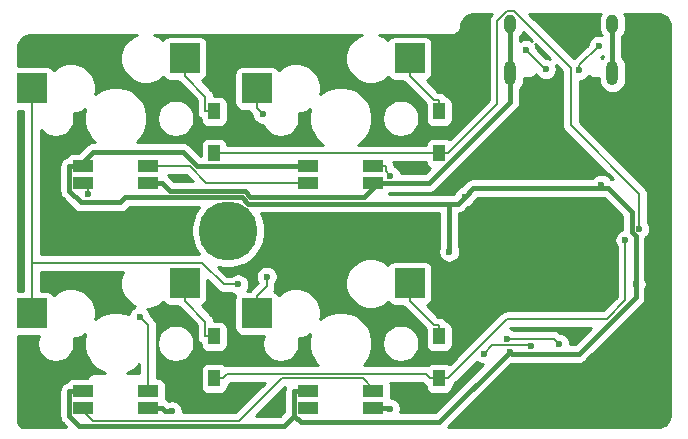
<source format=gbr>
%TF.GenerationSoftware,KiCad,Pcbnew,(5.1.7)-1*%
%TF.CreationDate,2020-10-26T01:34:48-04:00*%
%TF.ProjectId,OreoOrtho,4f72656f-4f72-4746-986f-2e6b69636164,rev?*%
%TF.SameCoordinates,Original*%
%TF.FileFunction,Copper,L2,Bot*%
%TF.FilePolarity,Positive*%
%FSLAX46Y46*%
G04 Gerber Fmt 4.6, Leading zero omitted, Abs format (unit mm)*
G04 Created by KiCad (PCBNEW (5.1.7)-1) date 2020-10-26 01:34:48*
%MOMM*%
%LPD*%
G01*
G04 APERTURE LIST*
%TA.AperFunction,ComponentPad*%
%ADD10C,5.000000*%
%TD*%
%TA.AperFunction,ComponentPad*%
%ADD11O,1.000000X2.100000*%
%TD*%
%TA.AperFunction,ComponentPad*%
%ADD12O,1.000000X1.600000*%
%TD*%
%TA.AperFunction,SMDPad,CuDef*%
%ADD13R,1.700000X1.000000*%
%TD*%
%TA.AperFunction,SMDPad,CuDef*%
%ADD14R,1.000000X1.400000*%
%TD*%
%TA.AperFunction,SMDPad,CuDef*%
%ADD15R,2.550000X2.500000*%
%TD*%
%TA.AperFunction,ViaPad*%
%ADD16C,0.600000*%
%TD*%
%TA.AperFunction,Conductor*%
%ADD17C,0.400000*%
%TD*%
%TA.AperFunction,Conductor*%
%ADD18C,0.200000*%
%TD*%
%TA.AperFunction,NonConductor*%
%ADD19C,0.254000*%
%TD*%
%TA.AperFunction,NonConductor*%
%ADD20C,0.100000*%
%TD*%
G04 APERTURE END LIST*
D10*
%TO.P,H1,*%
%TO.N,*%
X159544000Y-54768800D03*
%TD*%
D11*
%TO.P,USB1,13*%
%TO.N,GND*%
X192081000Y-41408200D03*
X183441000Y-41408200D03*
D12*
X192081000Y-37228200D03*
X183441000Y-37228200D03*
%TD*%
D13*
%TO.P,LED4,2*%
%TO.N,N/C*%
X166319000Y-69756300D03*
%TO.P,LED4,1*%
%TO.N,+5V*%
X166319000Y-68356300D03*
%TO.P,LED4,3*%
%TO.N,GND*%
X171819000Y-69756300D03*
%TO.P,LED4,4*%
%TO.N,Net-(LED3-Pad2)*%
X171819000Y-68356300D03*
%TD*%
%TO.P,LED3,2*%
%TO.N,Net-(LED3-Pad2)*%
X147269000Y-69756300D03*
%TO.P,LED3,1*%
%TO.N,+5V*%
X147269000Y-68356300D03*
%TO.P,LED3,3*%
%TO.N,GND*%
X152769000Y-69756300D03*
%TO.P,LED3,4*%
%TO.N,Net-(LED2-Pad2)*%
X152769000Y-68356300D03*
%TD*%
%TO.P,LED2,2*%
%TO.N,Net-(LED2-Pad2)*%
X147269000Y-50706300D03*
%TO.P,LED2,1*%
%TO.N,+5V*%
X147269000Y-49306300D03*
%TO.P,LED2,3*%
%TO.N,GND*%
X152769000Y-50706300D03*
%TO.P,LED2,4*%
%TO.N,Net-(LED1-Pad2)*%
X152769000Y-49306300D03*
%TD*%
%TO.P,LED1,2*%
%TO.N,Net-(LED1-Pad2)*%
X166319000Y-50706300D03*
%TO.P,LED1,1*%
%TO.N,+5V*%
X166319000Y-49306300D03*
%TO.P,LED1,3*%
%TO.N,GND*%
X171819000Y-50706300D03*
%TO.P,LED1,4*%
%TO.N,LED*%
X171819000Y-49306300D03*
%TD*%
D14*
%TO.P,D4,2*%
%TO.N,Net-(D4-Pad2)*%
X177403000Y-63709400D03*
%TO.P,D4,1*%
%TO.N,Row1*%
X177403000Y-67259400D03*
%TD*%
%TO.P,D3,2*%
%TO.N,Net-(D3-Pad2)*%
X158353000Y-63709400D03*
%TO.P,D3,1*%
%TO.N,Row1*%
X158353000Y-67259400D03*
%TD*%
%TO.P,D2,2*%
%TO.N,Net-(D2-Pad2)*%
X177403000Y-44659400D03*
%TO.P,D2,1*%
%TO.N,Row0*%
X177403000Y-48209400D03*
%TD*%
%TO.P,D1,2*%
%TO.N,Net-(D1-Pad2)*%
X158353000Y-44659400D03*
%TO.P,D1,1*%
%TO.N,Row0*%
X158353000Y-48209400D03*
%TD*%
D15*
%TO.P,SW4,2*%
%TO.N,Net-(D4-Pad2)*%
X174911000Y-59213800D03*
%TO.P,SW4,1*%
%TO.N,Col1*%
X161984000Y-61753800D03*
%TD*%
%TO.P,SW3,2*%
%TO.N,Net-(D3-Pad2)*%
X155861000Y-59213800D03*
%TO.P,SW3,1*%
%TO.N,Col0*%
X142934000Y-61753800D03*
%TD*%
%TO.P,SW2,2*%
%TO.N,Net-(D2-Pad2)*%
X174911000Y-40163800D03*
%TO.P,SW2,1*%
%TO.N,Col1*%
X161984000Y-42703800D03*
%TD*%
%TO.P,SW1,2*%
%TO.N,Net-(D1-Pad2)*%
X155861000Y-40163800D03*
%TO.P,SW1,1*%
%TO.N,Col0*%
X142934000Y-42703800D03*
%TD*%
D16*
%TO.N,GND*%
X173232400Y-69826600D03*
X154772000Y-70041900D03*
%TO.N,Net-(C2-Pad2)*%
X185197800Y-64500100D03*
X181221700Y-65154800D03*
%TO.N,+5V*%
X191153700Y-50862700D03*
X194038800Y-59292600D03*
X178263000Y-56521900D03*
X179563700Y-51888600D03*
X183377800Y-64985100D03*
%TO.N,Row0*%
X194329100Y-54596200D03*
%TO.N,Row1*%
X193176700Y-55554100D03*
%TO.N,Net-(LED2-Pad2)*%
X152053100Y-62021000D03*
X147683600Y-51681600D03*
%TO.N,Net-(R3-Pad1)*%
X189269900Y-41167000D03*
X190904900Y-39113600D03*
%TO.N,Net-(R6-Pad1)*%
X186439100Y-41070700D03*
X184746900Y-39465900D03*
%TO.N,Col0*%
X160398100Y-59296300D03*
%TO.N,Col1*%
X162469200Y-44841100D03*
X162805200Y-58642600D03*
%TO.N,RST*%
X183135200Y-63917000D03*
X187572600Y-64328500D03*
%TO.N,LED*%
X173258600Y-50087100D03*
%TD*%
D17*
%TO.N,GND*%
X171819000Y-50706300D02*
X171819000Y-51113400D01*
X171819000Y-51113400D02*
X171042800Y-51889600D01*
X171042800Y-51889600D02*
X161408800Y-51889600D01*
X161408800Y-51889600D02*
X160933400Y-51414200D01*
X160933400Y-51414200D02*
X154654200Y-51414200D01*
X154654200Y-51414200D02*
X153946300Y-50706300D01*
X192081000Y-37228200D02*
X192081000Y-41408200D01*
X171819000Y-50706300D02*
X171827100Y-50714400D01*
X171827100Y-50714400D02*
X176564000Y-50714400D01*
X176564000Y-50714400D02*
X183441000Y-43837400D01*
X183441000Y-43837400D02*
X183441000Y-41408200D01*
X171819000Y-69756300D02*
X172996300Y-69756300D01*
X173232400Y-69826600D02*
X173066600Y-69826600D01*
X173066600Y-69826600D02*
X172996300Y-69756300D01*
X152769000Y-69756300D02*
X153946300Y-69756300D01*
X154772000Y-70041900D02*
X154231900Y-70041900D01*
X154231900Y-70041900D02*
X153946300Y-69756300D01*
X183441000Y-37228200D02*
X183441000Y-41408200D01*
X152769000Y-50706300D02*
X153946300Y-50706300D01*
D18*
%TO.N,Net-(C2-Pad2)*%
X181221700Y-65154800D02*
X181918800Y-64457700D01*
X181918800Y-64457700D02*
X185155400Y-64457700D01*
X185155400Y-64457700D02*
X185197800Y-64500100D01*
D17*
%TO.N,+5V*%
X165141700Y-70406100D02*
X165695700Y-70960100D01*
X165695700Y-70960100D02*
X177402800Y-70960100D01*
X177402800Y-70960100D02*
X183377800Y-64985100D01*
X191153700Y-51140200D02*
X191678800Y-51140200D01*
X191678800Y-51140200D02*
X193701800Y-53163200D01*
X193701800Y-53163200D02*
X193701800Y-54855900D01*
X193701800Y-54855900D02*
X194038800Y-55192900D01*
X194038800Y-55192900D02*
X194038800Y-59292600D01*
X147269000Y-68356300D02*
X146091700Y-68356300D01*
X165141700Y-70406100D02*
X165141700Y-68356300D01*
X146091700Y-68356300D02*
X146091700Y-70454900D01*
X146091700Y-70454900D02*
X146939200Y-71302400D01*
X146939200Y-71302400D02*
X164245400Y-71302400D01*
X164245400Y-71302400D02*
X165141700Y-70406100D01*
X194038800Y-59292600D02*
X194038800Y-60393400D01*
X194038800Y-60393400D02*
X189249000Y-65183200D01*
X189249000Y-65183200D02*
X183575900Y-65183200D01*
X183575900Y-65183200D02*
X183377800Y-64985100D01*
X166319000Y-68356300D02*
X165141700Y-68356300D01*
X179563700Y-51888600D02*
X180312100Y-51140200D01*
X180312100Y-51140200D02*
X191153700Y-51140200D01*
X191153700Y-51140200D02*
X191153700Y-50862700D01*
X178263000Y-52453700D02*
X178998600Y-52453700D01*
X178998600Y-52453700D02*
X179563700Y-51888600D01*
X146091700Y-49306300D02*
X146091700Y-51400500D01*
X146091700Y-51400500D02*
X147048100Y-52356900D01*
X147048100Y-52356900D02*
X150425700Y-52356900D01*
X150425700Y-52356900D02*
X150841100Y-51941500D01*
X150841100Y-51941500D02*
X160715100Y-51941500D01*
X160715100Y-51941500D02*
X161227300Y-52453700D01*
X161227300Y-52453700D02*
X178263000Y-52453700D01*
X178263000Y-52453700D02*
X178263000Y-56521900D01*
X147269000Y-49306300D02*
X146091700Y-49306300D01*
X147269000Y-49306300D02*
X147269000Y-48939000D01*
X147269000Y-48939000D02*
X148114500Y-48093500D01*
X148114500Y-48093500D02*
X155700600Y-48093500D01*
X155700600Y-48093500D02*
X156913400Y-49306300D01*
X156913400Y-49306300D02*
X166319000Y-49306300D01*
D18*
%TO.N,Net-(D1-Pad2)*%
X155861000Y-40163800D02*
X155861000Y-41641100D01*
X158353000Y-44659400D02*
X157625700Y-44659400D01*
X157625700Y-44659400D02*
X157625700Y-43405800D01*
X157625700Y-43405800D02*
X155861000Y-41641100D01*
%TO.N,Row0*%
X177403000Y-48209400D02*
X178130300Y-48209400D01*
X178130300Y-48209400D02*
X182344000Y-43995700D01*
X182344000Y-43995700D02*
X182344000Y-36983600D01*
X182344000Y-36983600D02*
X183160500Y-36167100D01*
X183160500Y-36167100D02*
X183773300Y-36167100D01*
X183773300Y-36167100D02*
X188557600Y-40951400D01*
X188557600Y-40951400D02*
X188557600Y-45836600D01*
X188557600Y-45836600D02*
X194329100Y-51608100D01*
X194329100Y-51608100D02*
X194329100Y-54596200D01*
X158353000Y-48209400D02*
X177403000Y-48209400D01*
%TO.N,Net-(D2-Pad2)*%
X177403000Y-44659400D02*
X177403000Y-43732100D01*
X174911000Y-40163800D02*
X174911000Y-41641100D01*
X177403000Y-43732100D02*
X177002000Y-43732100D01*
X177002000Y-43732100D02*
X174911000Y-41641100D01*
%TO.N,Net-(D3-Pad2)*%
X155861000Y-59213800D02*
X155861000Y-60691100D01*
X158353000Y-63709400D02*
X157625700Y-63709400D01*
X157625700Y-63709400D02*
X157625700Y-62455800D01*
X157625700Y-62455800D02*
X155861000Y-60691100D01*
%TO.N,Net-(D4-Pad2)*%
X177403000Y-63709400D02*
X177403000Y-62782100D01*
X174911000Y-59213800D02*
X174911000Y-60691100D01*
X177403000Y-62782100D02*
X177002000Y-62782100D01*
X177002000Y-62782100D02*
X174911000Y-60691100D01*
%TO.N,Row1*%
X177403000Y-67259400D02*
X176675700Y-67259400D01*
X158353000Y-67259400D02*
X159080300Y-67259400D01*
X159080300Y-67259400D02*
X159457700Y-66882000D01*
X159457700Y-66882000D02*
X176298300Y-66882000D01*
X176298300Y-66882000D02*
X176675700Y-67259400D01*
X177403000Y-67259400D02*
X178130300Y-67259400D01*
X178130300Y-67259400D02*
X183145100Y-62244600D01*
X183145100Y-62244600D02*
X191583200Y-62244600D01*
X191583200Y-62244600D02*
X193176700Y-60651100D01*
X193176700Y-60651100D02*
X193176700Y-55554100D01*
%TO.N,Net-(LED1-Pad2)*%
X166319000Y-50706300D02*
X157709000Y-50706300D01*
X157709000Y-50706300D02*
X156309000Y-49306300D01*
X156309000Y-49306300D02*
X152769000Y-49306300D01*
%TO.N,Net-(LED2-Pad2)*%
X152053100Y-62021000D02*
X152769000Y-62736900D01*
X152769000Y-62736900D02*
X152769000Y-68356300D01*
X147269000Y-50706300D02*
X147683600Y-51120900D01*
X147683600Y-51120900D02*
X147683600Y-51681600D01*
%TO.N,Net-(LED3-Pad2)*%
X147269000Y-69756300D02*
X147269000Y-69994200D01*
X147269000Y-69994200D02*
X148142700Y-70867900D01*
X148142700Y-70867900D02*
X160462300Y-70867900D01*
X160462300Y-70867900D02*
X164070800Y-67259400D01*
X164070800Y-67259400D02*
X170943500Y-67259400D01*
X170943500Y-67259400D02*
X171819000Y-68134900D01*
X171819000Y-68134900D02*
X171819000Y-68356300D01*
%TO.N,Net-(R3-Pad1)*%
X190904900Y-39113600D02*
X189269900Y-40748600D01*
X189269900Y-40748600D02*
X189269900Y-41167000D01*
%TO.N,Net-(R6-Pad1)*%
X184746900Y-39465900D02*
X186351700Y-41070700D01*
X186351700Y-41070700D02*
X186439100Y-41070700D01*
%TO.N,Col0*%
X142934000Y-57480600D02*
X142934000Y-61753800D01*
X142934000Y-42703800D02*
X142934000Y-57480600D01*
X142934000Y-57480600D02*
X157347900Y-57480600D01*
X157347900Y-57480600D02*
X159163600Y-59296300D01*
X159163600Y-59296300D02*
X160398100Y-59296300D01*
%TO.N,Col1*%
X161984000Y-42703800D02*
X161984000Y-44355900D01*
X161984000Y-44355900D02*
X162469200Y-44841100D01*
X161984000Y-61753800D02*
X161984000Y-60276500D01*
X161984000Y-60276500D02*
X162805200Y-59455300D01*
X162805200Y-59455300D02*
X162805200Y-58642600D01*
%TO.N,RST*%
X187572600Y-64328500D02*
X187161100Y-63917000D01*
X187161100Y-63917000D02*
X183135200Y-63917000D01*
%TO.N,LED*%
X171819000Y-49306300D02*
X172896300Y-49306300D01*
X172896300Y-49306300D02*
X172896300Y-49724800D01*
X172896300Y-49724800D02*
X173258600Y-50087100D01*
%TD*%
D19*
X147437183Y-63510614D02*
X147334000Y-64029351D01*
X147334000Y-64558249D01*
X147437183Y-65076986D01*
X147639583Y-65565625D01*
X147933424Y-66005388D01*
X148307412Y-66379376D01*
X148747175Y-66673217D01*
X149080538Y-66811300D01*
X148253135Y-66811300D01*
X148219000Y-66807938D01*
X148184866Y-66811300D01*
X148184865Y-66811300D01*
X148082756Y-66821357D01*
X147951748Y-66861098D01*
X147831011Y-66925633D01*
X147725183Y-67012483D01*
X147638333Y-67118311D01*
X147584926Y-67218228D01*
X146419000Y-67218228D01*
X146294518Y-67230488D01*
X146174820Y-67266798D01*
X146064506Y-67325763D01*
X145967815Y-67405115D01*
X145888463Y-67501806D01*
X145860665Y-67553811D01*
X145770613Y-67581128D01*
X145625554Y-67658664D01*
X145498409Y-67763009D01*
X145394064Y-67890154D01*
X145316528Y-68035213D01*
X145268782Y-68192611D01*
X145252660Y-68356300D01*
X145256700Y-68397319D01*
X145256701Y-70413872D01*
X145252660Y-70454900D01*
X145268782Y-70618588D01*
X145316528Y-70775986D01*
X145394064Y-70921045D01*
X145417607Y-70949732D01*
X145498410Y-71048191D01*
X145530274Y-71074341D01*
X145834756Y-71378823D01*
X142311799Y-71378823D01*
X142176193Y-71365527D01*
X142076530Y-71335437D01*
X141984605Y-71286560D01*
X141903926Y-71220759D01*
X141837566Y-71140544D01*
X141788049Y-71048963D01*
X141757263Y-70949511D01*
X141743231Y-70816007D01*
X141743231Y-63641872D01*
X143493446Y-63641872D01*
X143414911Y-63831473D01*
X143354000Y-64137691D01*
X143354000Y-64449909D01*
X143414911Y-64756127D01*
X143534391Y-65044579D01*
X143707850Y-65304179D01*
X143928621Y-65524950D01*
X144188221Y-65698409D01*
X144476673Y-65817889D01*
X144782891Y-65878800D01*
X145095109Y-65878800D01*
X145401327Y-65817889D01*
X145689779Y-65698409D01*
X145949379Y-65524950D01*
X146170150Y-65304179D01*
X146343609Y-65044579D01*
X146463089Y-64756127D01*
X146524000Y-64449909D01*
X146524000Y-64137691D01*
X146472391Y-63878235D01*
X146831756Y-63806753D01*
X147220302Y-63645812D01*
X147442748Y-63497178D01*
X147437183Y-63510614D01*
%TA.AperFunction,NonConductor*%
D20*
G36*
X147437183Y-63510614D02*
G01*
X147334000Y-64029351D01*
X147334000Y-64558249D01*
X147437183Y-65076986D01*
X147639583Y-65565625D01*
X147933424Y-66005388D01*
X148307412Y-66379376D01*
X148747175Y-66673217D01*
X149080538Y-66811300D01*
X148253135Y-66811300D01*
X148219000Y-66807938D01*
X148184866Y-66811300D01*
X148184865Y-66811300D01*
X148082756Y-66821357D01*
X147951748Y-66861098D01*
X147831011Y-66925633D01*
X147725183Y-67012483D01*
X147638333Y-67118311D01*
X147584926Y-67218228D01*
X146419000Y-67218228D01*
X146294518Y-67230488D01*
X146174820Y-67266798D01*
X146064506Y-67325763D01*
X145967815Y-67405115D01*
X145888463Y-67501806D01*
X145860665Y-67553811D01*
X145770613Y-67581128D01*
X145625554Y-67658664D01*
X145498409Y-67763009D01*
X145394064Y-67890154D01*
X145316528Y-68035213D01*
X145268782Y-68192611D01*
X145252660Y-68356300D01*
X145256700Y-68397319D01*
X145256701Y-70413872D01*
X145252660Y-70454900D01*
X145268782Y-70618588D01*
X145316528Y-70775986D01*
X145394064Y-70921045D01*
X145417607Y-70949732D01*
X145498410Y-71048191D01*
X145530274Y-71074341D01*
X145834756Y-71378823D01*
X142311799Y-71378823D01*
X142176193Y-71365527D01*
X142076530Y-71335437D01*
X141984605Y-71286560D01*
X141903926Y-71220759D01*
X141837566Y-71140544D01*
X141788049Y-71048963D01*
X141757263Y-70949511D01*
X141743231Y-70816007D01*
X141743231Y-63641872D01*
X143493446Y-63641872D01*
X143414911Y-63831473D01*
X143354000Y-64137691D01*
X143354000Y-64449909D01*
X143414911Y-64756127D01*
X143534391Y-65044579D01*
X143707850Y-65304179D01*
X143928621Y-65524950D01*
X144188221Y-65698409D01*
X144476673Y-65817889D01*
X144782891Y-65878800D01*
X145095109Y-65878800D01*
X145401327Y-65817889D01*
X145689779Y-65698409D01*
X145949379Y-65524950D01*
X146170150Y-65304179D01*
X146343609Y-65044579D01*
X146463089Y-64756127D01*
X146524000Y-64449909D01*
X146524000Y-64137691D01*
X146472391Y-63878235D01*
X146831756Y-63806753D01*
X147220302Y-63645812D01*
X147442748Y-63497178D01*
X147437183Y-63510614D01*
G37*
%TD.AperFunction*%
D19*
X196077221Y-36397464D02*
X196288114Y-36461136D01*
X196482619Y-36564557D01*
X196653337Y-36703791D01*
X196793754Y-36873526D01*
X196898534Y-37067313D01*
X196963675Y-37277751D01*
X196989867Y-37526953D01*
X196989866Y-70214950D01*
X196965233Y-70466174D01*
X196901560Y-70677070D01*
X196798140Y-70871576D01*
X196658907Y-71042291D01*
X196489169Y-71182711D01*
X196295383Y-71287491D01*
X196084946Y-71352632D01*
X195835752Y-71378823D01*
X178164944Y-71378823D01*
X183526403Y-66017365D01*
X183534881Y-66018200D01*
X183534882Y-66018200D01*
X183575900Y-66022240D01*
X183616918Y-66018200D01*
X189207982Y-66018200D01*
X189249000Y-66022240D01*
X189290018Y-66018200D01*
X189290019Y-66018200D01*
X189412689Y-66006118D01*
X189570087Y-65958372D01*
X189715146Y-65880836D01*
X189842291Y-65776491D01*
X189868446Y-65744621D01*
X194600227Y-61012841D01*
X194632091Y-60986691D01*
X194736436Y-60859546D01*
X194813972Y-60714487D01*
X194861718Y-60557089D01*
X194873800Y-60434419D01*
X194877840Y-60393401D01*
X194873800Y-60352382D01*
X194873800Y-59720004D01*
X194937868Y-59565329D01*
X194973800Y-59384689D01*
X194973800Y-59200511D01*
X194937868Y-59019871D01*
X194873800Y-58865196D01*
X194873800Y-55356758D01*
X194925128Y-55322462D01*
X195055362Y-55192228D01*
X195157686Y-55039089D01*
X195228168Y-54868929D01*
X195264100Y-54688289D01*
X195264100Y-54504111D01*
X195228168Y-54323471D01*
X195157686Y-54153311D01*
X195064100Y-54013249D01*
X195064100Y-51644205D01*
X195067656Y-51608100D01*
X195053465Y-51464015D01*
X195011437Y-51325466D01*
X194943187Y-51197780D01*
X194874353Y-51113906D01*
X194874350Y-51113903D01*
X194851337Y-51085862D01*
X194823298Y-51062851D01*
X189292600Y-45532154D01*
X189292600Y-42102000D01*
X189361989Y-42102000D01*
X189542629Y-42066068D01*
X189712789Y-41995586D01*
X189865928Y-41893262D01*
X189996162Y-41763028D01*
X190073673Y-41647025D01*
X190196269Y-41728941D01*
X190370978Y-41801308D01*
X190556448Y-41838200D01*
X190745552Y-41838200D01*
X190931022Y-41801308D01*
X190946000Y-41795104D01*
X190946000Y-42013951D01*
X190962423Y-42180698D01*
X191027324Y-42394646D01*
X191132716Y-42591823D01*
X191274551Y-42764649D01*
X191447377Y-42906484D01*
X191644553Y-43011876D01*
X191858501Y-43076777D01*
X192081000Y-43098691D01*
X192303498Y-43076777D01*
X192517446Y-43011876D01*
X192714623Y-42906484D01*
X192887449Y-42764649D01*
X193029284Y-42591823D01*
X193134676Y-42394647D01*
X193199577Y-42180699D01*
X193216000Y-42013952D01*
X193216000Y-40802448D01*
X193199577Y-40635701D01*
X193134676Y-40421753D01*
X193029284Y-40224577D01*
X192916000Y-40086540D01*
X192916000Y-38299860D01*
X193029284Y-38161823D01*
X193134676Y-37964647D01*
X193199577Y-37750699D01*
X193216000Y-37583952D01*
X193216000Y-36872449D01*
X193199577Y-36705702D01*
X193134676Y-36491754D01*
X193071111Y-36372830D01*
X195825993Y-36372830D01*
X196077221Y-36397464D01*
%TA.AperFunction,NonConductor*%
D20*
G36*
X196077221Y-36397464D02*
G01*
X196288114Y-36461136D01*
X196482619Y-36564557D01*
X196653337Y-36703791D01*
X196793754Y-36873526D01*
X196898534Y-37067313D01*
X196963675Y-37277751D01*
X196989867Y-37526953D01*
X196989866Y-70214950D01*
X196965233Y-70466174D01*
X196901560Y-70677070D01*
X196798140Y-70871576D01*
X196658907Y-71042291D01*
X196489169Y-71182711D01*
X196295383Y-71287491D01*
X196084946Y-71352632D01*
X195835752Y-71378823D01*
X178164944Y-71378823D01*
X183526403Y-66017365D01*
X183534881Y-66018200D01*
X183534882Y-66018200D01*
X183575900Y-66022240D01*
X183616918Y-66018200D01*
X189207982Y-66018200D01*
X189249000Y-66022240D01*
X189290018Y-66018200D01*
X189290019Y-66018200D01*
X189412689Y-66006118D01*
X189570087Y-65958372D01*
X189715146Y-65880836D01*
X189842291Y-65776491D01*
X189868446Y-65744621D01*
X194600227Y-61012841D01*
X194632091Y-60986691D01*
X194736436Y-60859546D01*
X194813972Y-60714487D01*
X194861718Y-60557089D01*
X194873800Y-60434419D01*
X194877840Y-60393401D01*
X194873800Y-60352382D01*
X194873800Y-59720004D01*
X194937868Y-59565329D01*
X194973800Y-59384689D01*
X194973800Y-59200511D01*
X194937868Y-59019871D01*
X194873800Y-58865196D01*
X194873800Y-55356758D01*
X194925128Y-55322462D01*
X195055362Y-55192228D01*
X195157686Y-55039089D01*
X195228168Y-54868929D01*
X195264100Y-54688289D01*
X195264100Y-54504111D01*
X195228168Y-54323471D01*
X195157686Y-54153311D01*
X195064100Y-54013249D01*
X195064100Y-51644205D01*
X195067656Y-51608100D01*
X195053465Y-51464015D01*
X195011437Y-51325466D01*
X194943187Y-51197780D01*
X194874353Y-51113906D01*
X194874350Y-51113903D01*
X194851337Y-51085862D01*
X194823298Y-51062851D01*
X189292600Y-45532154D01*
X189292600Y-42102000D01*
X189361989Y-42102000D01*
X189542629Y-42066068D01*
X189712789Y-41995586D01*
X189865928Y-41893262D01*
X189996162Y-41763028D01*
X190073673Y-41647025D01*
X190196269Y-41728941D01*
X190370978Y-41801308D01*
X190556448Y-41838200D01*
X190745552Y-41838200D01*
X190931022Y-41801308D01*
X190946000Y-41795104D01*
X190946000Y-42013951D01*
X190962423Y-42180698D01*
X191027324Y-42394646D01*
X191132716Y-42591823D01*
X191274551Y-42764649D01*
X191447377Y-42906484D01*
X191644553Y-43011876D01*
X191858501Y-43076777D01*
X192081000Y-43098691D01*
X192303498Y-43076777D01*
X192517446Y-43011876D01*
X192714623Y-42906484D01*
X192887449Y-42764649D01*
X193029284Y-42591823D01*
X193134676Y-42394647D01*
X193199577Y-42180699D01*
X193216000Y-42013952D01*
X193216000Y-40802448D01*
X193199577Y-40635701D01*
X193134676Y-40421753D01*
X193029284Y-40224577D01*
X192916000Y-40086540D01*
X192916000Y-38299860D01*
X193029284Y-38161823D01*
X193134676Y-37964647D01*
X193199577Y-37750699D01*
X193216000Y-37583952D01*
X193216000Y-36872449D01*
X193199577Y-36705702D01*
X193134676Y-36491754D01*
X193071111Y-36372830D01*
X195825993Y-36372830D01*
X196077221Y-36397464D01*
G37*
%TD.AperFunction*%
D19*
X164366528Y-68035213D02*
X164318782Y-68192611D01*
X164302660Y-68356300D01*
X164306701Y-68397328D01*
X164306700Y-70060231D01*
X163899532Y-70467400D01*
X161902246Y-70467400D01*
X164375247Y-67994400D01*
X164388343Y-67994400D01*
X164366528Y-68035213D01*
%TA.AperFunction,NonConductor*%
D20*
G36*
X164366528Y-68035213D02*
G01*
X164318782Y-68192611D01*
X164302660Y-68356300D01*
X164306701Y-68397328D01*
X164306700Y-70060231D01*
X163899532Y-70467400D01*
X161902246Y-70467400D01*
X164375247Y-67994400D01*
X164388343Y-67994400D01*
X164366528Y-68035213D01*
G37*
%TD.AperFunction*%
D19*
X158618346Y-59790493D02*
X158641362Y-59818538D01*
X158698733Y-59865621D01*
X158753280Y-59910387D01*
X158880966Y-59978637D01*
X159019515Y-60020665D01*
X159163600Y-60034856D01*
X159199705Y-60031300D01*
X159815149Y-60031300D01*
X159955211Y-60124886D01*
X160125371Y-60195368D01*
X160151106Y-60200487D01*
X160119498Y-60259620D01*
X160083188Y-60379318D01*
X160070928Y-60503800D01*
X160070928Y-63003800D01*
X160083188Y-63128282D01*
X160119498Y-63247980D01*
X160178463Y-63358294D01*
X160257815Y-63454985D01*
X160354506Y-63534337D01*
X160464820Y-63593302D01*
X160584518Y-63629612D01*
X160709000Y-63641872D01*
X162543446Y-63641872D01*
X162464911Y-63831473D01*
X162404000Y-64137691D01*
X162404000Y-64449909D01*
X162464911Y-64756127D01*
X162584391Y-65044579D01*
X162757850Y-65304179D01*
X162978621Y-65524950D01*
X163238221Y-65698409D01*
X163526673Y-65817889D01*
X163832891Y-65878800D01*
X164145109Y-65878800D01*
X164451327Y-65817889D01*
X164739779Y-65698409D01*
X164999379Y-65524950D01*
X165220150Y-65304179D01*
X165393609Y-65044579D01*
X165513089Y-64756127D01*
X165574000Y-64449909D01*
X165574000Y-64137691D01*
X165522391Y-63878235D01*
X165881756Y-63806753D01*
X166270302Y-63645812D01*
X166492748Y-63497178D01*
X166487183Y-63510614D01*
X166384000Y-64029351D01*
X166384000Y-64558249D01*
X166487183Y-65076986D01*
X166689583Y-65565625D01*
X166983424Y-66005388D01*
X167125036Y-66147000D01*
X159493794Y-66147000D01*
X159457699Y-66143445D01*
X159421604Y-66147000D01*
X159421595Y-66147000D01*
X159342415Y-66154798D01*
X159304185Y-66108215D01*
X159207494Y-66028863D01*
X159097180Y-65969898D01*
X158977482Y-65933588D01*
X158853000Y-65921328D01*
X157853000Y-65921328D01*
X157728518Y-65933588D01*
X157608820Y-65969898D01*
X157498506Y-66028863D01*
X157401815Y-66108215D01*
X157322463Y-66204906D01*
X157263498Y-66315220D01*
X157227188Y-66434918D01*
X157214928Y-66559400D01*
X157214928Y-67959400D01*
X157227188Y-68083882D01*
X157263498Y-68203580D01*
X157322463Y-68313894D01*
X157401815Y-68410585D01*
X157498506Y-68489937D01*
X157608820Y-68548902D01*
X157728518Y-68585212D01*
X157853000Y-68597472D01*
X158853000Y-68597472D01*
X158977482Y-68585212D01*
X159097180Y-68548902D01*
X159207494Y-68489937D01*
X159304185Y-68410585D01*
X159383537Y-68313894D01*
X159442502Y-68203580D01*
X159478812Y-68083882D01*
X159491072Y-67959400D01*
X159491072Y-67873116D01*
X159602538Y-67781638D01*
X159625559Y-67753587D01*
X159762146Y-67617000D01*
X162673753Y-67617000D01*
X160157854Y-70132900D01*
X155707000Y-70132900D01*
X155707000Y-69949811D01*
X155671068Y-69769171D01*
X155600586Y-69599011D01*
X155498262Y-69445872D01*
X155368028Y-69315638D01*
X155214889Y-69213314D01*
X155044729Y-69142832D01*
X154864089Y-69106900D01*
X154679911Y-69106900D01*
X154511936Y-69140313D01*
X154412446Y-69058664D01*
X154267387Y-68981128D01*
X154245434Y-68974469D01*
X154257072Y-68856300D01*
X154257072Y-67856300D01*
X154244812Y-67731818D01*
X154208502Y-67612120D01*
X154149537Y-67501806D01*
X154070185Y-67405115D01*
X153973494Y-67325763D01*
X153863180Y-67266798D01*
X153743482Y-67230488D01*
X153619000Y-67218228D01*
X153504000Y-67218228D01*
X153504000Y-64137691D01*
X153514000Y-64137691D01*
X153514000Y-64449909D01*
X153574911Y-64756127D01*
X153694391Y-65044579D01*
X153867850Y-65304179D01*
X154088621Y-65524950D01*
X154348221Y-65698409D01*
X154636673Y-65817889D01*
X154942891Y-65878800D01*
X155255109Y-65878800D01*
X155561327Y-65817889D01*
X155849779Y-65698409D01*
X156109379Y-65524950D01*
X156330150Y-65304179D01*
X156503609Y-65044579D01*
X156623089Y-64756127D01*
X156684000Y-64449909D01*
X156684000Y-64137691D01*
X156623089Y-63831473D01*
X156503609Y-63543021D01*
X156330150Y-63283421D01*
X156109379Y-63062650D01*
X155849779Y-62889191D01*
X155561327Y-62769711D01*
X155255109Y-62708800D01*
X154942891Y-62708800D01*
X154636673Y-62769711D01*
X154348221Y-62889191D01*
X154088621Y-63062650D01*
X153867850Y-63283421D01*
X153694391Y-63543021D01*
X153574911Y-63831473D01*
X153514000Y-64137691D01*
X153504000Y-64137691D01*
X153504000Y-62772994D01*
X153507555Y-62736899D01*
X153504000Y-62700804D01*
X153504000Y-62700795D01*
X153493365Y-62592815D01*
X153451337Y-62454267D01*
X153383087Y-62326580D01*
X153341607Y-62276037D01*
X153314253Y-62242706D01*
X153314250Y-62242703D01*
X153291237Y-62214662D01*
X153263197Y-62191650D01*
X152985032Y-61913485D01*
X152952168Y-61748271D01*
X152881686Y-61578111D01*
X152779362Y-61424972D01*
X152703190Y-61348800D01*
X152769279Y-61348800D01*
X153181756Y-61266753D01*
X153570302Y-61105812D01*
X153919983Y-60872163D01*
X154027035Y-60765111D01*
X154055463Y-60818294D01*
X154134815Y-60914985D01*
X154231506Y-60994337D01*
X154341820Y-61053302D01*
X154461518Y-61089612D01*
X154586000Y-61101872D01*
X155247285Y-61101872D01*
X155338763Y-61213338D01*
X155366808Y-61236354D01*
X156890701Y-62760248D01*
X156890700Y-63673294D01*
X156887144Y-63709400D01*
X156901335Y-63853485D01*
X156943363Y-63992033D01*
X157011613Y-64119720D01*
X157103462Y-64231638D01*
X157171486Y-64287464D01*
X157214928Y-64323116D01*
X157214928Y-64409400D01*
X157227188Y-64533882D01*
X157263498Y-64653580D01*
X157322463Y-64763894D01*
X157401815Y-64860585D01*
X157498506Y-64939937D01*
X157608820Y-64998902D01*
X157728518Y-65035212D01*
X157853000Y-65047472D01*
X158853000Y-65047472D01*
X158977482Y-65035212D01*
X159097180Y-64998902D01*
X159207494Y-64939937D01*
X159304185Y-64860585D01*
X159383537Y-64763894D01*
X159442502Y-64653580D01*
X159478812Y-64533882D01*
X159491072Y-64409400D01*
X159491072Y-63009400D01*
X159478812Y-62884918D01*
X159442502Y-62765220D01*
X159383537Y-62654906D01*
X159304185Y-62558215D01*
X159207494Y-62478863D01*
X159097180Y-62419898D01*
X158977482Y-62383588D01*
X158853000Y-62371328D01*
X158355936Y-62371328D01*
X158350065Y-62311715D01*
X158308037Y-62173166D01*
X158239787Y-62045480D01*
X158170953Y-61961606D01*
X158147938Y-61933562D01*
X158119893Y-61910546D01*
X157290003Y-61080657D01*
X157380180Y-61053302D01*
X157490494Y-60994337D01*
X157587185Y-60914985D01*
X157666537Y-60818294D01*
X157725502Y-60707980D01*
X157761812Y-60588282D01*
X157774072Y-60463800D01*
X157774072Y-58946219D01*
X158618346Y-59790493D01*
%TA.AperFunction,NonConductor*%
D20*
G36*
X158618346Y-59790493D02*
G01*
X158641362Y-59818538D01*
X158698733Y-59865621D01*
X158753280Y-59910387D01*
X158880966Y-59978637D01*
X159019515Y-60020665D01*
X159163600Y-60034856D01*
X159199705Y-60031300D01*
X159815149Y-60031300D01*
X159955211Y-60124886D01*
X160125371Y-60195368D01*
X160151106Y-60200487D01*
X160119498Y-60259620D01*
X160083188Y-60379318D01*
X160070928Y-60503800D01*
X160070928Y-63003800D01*
X160083188Y-63128282D01*
X160119498Y-63247980D01*
X160178463Y-63358294D01*
X160257815Y-63454985D01*
X160354506Y-63534337D01*
X160464820Y-63593302D01*
X160584518Y-63629612D01*
X160709000Y-63641872D01*
X162543446Y-63641872D01*
X162464911Y-63831473D01*
X162404000Y-64137691D01*
X162404000Y-64449909D01*
X162464911Y-64756127D01*
X162584391Y-65044579D01*
X162757850Y-65304179D01*
X162978621Y-65524950D01*
X163238221Y-65698409D01*
X163526673Y-65817889D01*
X163832891Y-65878800D01*
X164145109Y-65878800D01*
X164451327Y-65817889D01*
X164739779Y-65698409D01*
X164999379Y-65524950D01*
X165220150Y-65304179D01*
X165393609Y-65044579D01*
X165513089Y-64756127D01*
X165574000Y-64449909D01*
X165574000Y-64137691D01*
X165522391Y-63878235D01*
X165881756Y-63806753D01*
X166270302Y-63645812D01*
X166492748Y-63497178D01*
X166487183Y-63510614D01*
X166384000Y-64029351D01*
X166384000Y-64558249D01*
X166487183Y-65076986D01*
X166689583Y-65565625D01*
X166983424Y-66005388D01*
X167125036Y-66147000D01*
X159493794Y-66147000D01*
X159457699Y-66143445D01*
X159421604Y-66147000D01*
X159421595Y-66147000D01*
X159342415Y-66154798D01*
X159304185Y-66108215D01*
X159207494Y-66028863D01*
X159097180Y-65969898D01*
X158977482Y-65933588D01*
X158853000Y-65921328D01*
X157853000Y-65921328D01*
X157728518Y-65933588D01*
X157608820Y-65969898D01*
X157498506Y-66028863D01*
X157401815Y-66108215D01*
X157322463Y-66204906D01*
X157263498Y-66315220D01*
X157227188Y-66434918D01*
X157214928Y-66559400D01*
X157214928Y-67959400D01*
X157227188Y-68083882D01*
X157263498Y-68203580D01*
X157322463Y-68313894D01*
X157401815Y-68410585D01*
X157498506Y-68489937D01*
X157608820Y-68548902D01*
X157728518Y-68585212D01*
X157853000Y-68597472D01*
X158853000Y-68597472D01*
X158977482Y-68585212D01*
X159097180Y-68548902D01*
X159207494Y-68489937D01*
X159304185Y-68410585D01*
X159383537Y-68313894D01*
X159442502Y-68203580D01*
X159478812Y-68083882D01*
X159491072Y-67959400D01*
X159491072Y-67873116D01*
X159602538Y-67781638D01*
X159625559Y-67753587D01*
X159762146Y-67617000D01*
X162673753Y-67617000D01*
X160157854Y-70132900D01*
X155707000Y-70132900D01*
X155707000Y-69949811D01*
X155671068Y-69769171D01*
X155600586Y-69599011D01*
X155498262Y-69445872D01*
X155368028Y-69315638D01*
X155214889Y-69213314D01*
X155044729Y-69142832D01*
X154864089Y-69106900D01*
X154679911Y-69106900D01*
X154511936Y-69140313D01*
X154412446Y-69058664D01*
X154267387Y-68981128D01*
X154245434Y-68974469D01*
X154257072Y-68856300D01*
X154257072Y-67856300D01*
X154244812Y-67731818D01*
X154208502Y-67612120D01*
X154149537Y-67501806D01*
X154070185Y-67405115D01*
X153973494Y-67325763D01*
X153863180Y-67266798D01*
X153743482Y-67230488D01*
X153619000Y-67218228D01*
X153504000Y-67218228D01*
X153504000Y-64137691D01*
X153514000Y-64137691D01*
X153514000Y-64449909D01*
X153574911Y-64756127D01*
X153694391Y-65044579D01*
X153867850Y-65304179D01*
X154088621Y-65524950D01*
X154348221Y-65698409D01*
X154636673Y-65817889D01*
X154942891Y-65878800D01*
X155255109Y-65878800D01*
X155561327Y-65817889D01*
X155849779Y-65698409D01*
X156109379Y-65524950D01*
X156330150Y-65304179D01*
X156503609Y-65044579D01*
X156623089Y-64756127D01*
X156684000Y-64449909D01*
X156684000Y-64137691D01*
X156623089Y-63831473D01*
X156503609Y-63543021D01*
X156330150Y-63283421D01*
X156109379Y-63062650D01*
X155849779Y-62889191D01*
X155561327Y-62769711D01*
X155255109Y-62708800D01*
X154942891Y-62708800D01*
X154636673Y-62769711D01*
X154348221Y-62889191D01*
X154088621Y-63062650D01*
X153867850Y-63283421D01*
X153694391Y-63543021D01*
X153574911Y-63831473D01*
X153514000Y-64137691D01*
X153504000Y-64137691D01*
X153504000Y-62772994D01*
X153507555Y-62736899D01*
X153504000Y-62700804D01*
X153504000Y-62700795D01*
X153493365Y-62592815D01*
X153451337Y-62454267D01*
X153383087Y-62326580D01*
X153341607Y-62276037D01*
X153314253Y-62242706D01*
X153314250Y-62242703D01*
X153291237Y-62214662D01*
X153263197Y-62191650D01*
X152985032Y-61913485D01*
X152952168Y-61748271D01*
X152881686Y-61578111D01*
X152779362Y-61424972D01*
X152703190Y-61348800D01*
X152769279Y-61348800D01*
X153181756Y-61266753D01*
X153570302Y-61105812D01*
X153919983Y-60872163D01*
X154027035Y-60765111D01*
X154055463Y-60818294D01*
X154134815Y-60914985D01*
X154231506Y-60994337D01*
X154341820Y-61053302D01*
X154461518Y-61089612D01*
X154586000Y-61101872D01*
X155247285Y-61101872D01*
X155338763Y-61213338D01*
X155366808Y-61236354D01*
X156890701Y-62760248D01*
X156890700Y-63673294D01*
X156887144Y-63709400D01*
X156901335Y-63853485D01*
X156943363Y-63992033D01*
X157011613Y-64119720D01*
X157103462Y-64231638D01*
X157171486Y-64287464D01*
X157214928Y-64323116D01*
X157214928Y-64409400D01*
X157227188Y-64533882D01*
X157263498Y-64653580D01*
X157322463Y-64763894D01*
X157401815Y-64860585D01*
X157498506Y-64939937D01*
X157608820Y-64998902D01*
X157728518Y-65035212D01*
X157853000Y-65047472D01*
X158853000Y-65047472D01*
X158977482Y-65035212D01*
X159097180Y-64998902D01*
X159207494Y-64939937D01*
X159304185Y-64860585D01*
X159383537Y-64763894D01*
X159442502Y-64653580D01*
X159478812Y-64533882D01*
X159491072Y-64409400D01*
X159491072Y-63009400D01*
X159478812Y-62884918D01*
X159442502Y-62765220D01*
X159383537Y-62654906D01*
X159304185Y-62558215D01*
X159207494Y-62478863D01*
X159097180Y-62419898D01*
X158977482Y-62383588D01*
X158853000Y-62371328D01*
X158355936Y-62371328D01*
X158350065Y-62311715D01*
X158308037Y-62173166D01*
X158239787Y-62045480D01*
X158170953Y-61961606D01*
X158147938Y-61933562D01*
X158119893Y-61910546D01*
X157290003Y-61080657D01*
X157380180Y-61053302D01*
X157490494Y-60994337D01*
X157587185Y-60914985D01*
X157666537Y-60818294D01*
X157725502Y-60707980D01*
X157761812Y-60588282D01*
X157774072Y-60463800D01*
X157774072Y-58946219D01*
X158618346Y-59790493D01*
G37*
%TD.AperFunction*%
D19*
X180625672Y-65881062D02*
X180778811Y-65983386D01*
X180948971Y-66053868D01*
X181098434Y-66083598D01*
X177056933Y-70125100D01*
X174120793Y-70125100D01*
X174131468Y-70099329D01*
X174167400Y-69918689D01*
X174167400Y-69734511D01*
X174131468Y-69553871D01*
X174060986Y-69383711D01*
X173958662Y-69230572D01*
X173828428Y-69100338D01*
X173675289Y-68998014D01*
X173505129Y-68927532D01*
X173324489Y-68891600D01*
X173303595Y-68891600D01*
X173307072Y-68856300D01*
X173307072Y-67856300D01*
X173294812Y-67731818D01*
X173259982Y-67617000D01*
X175993854Y-67617000D01*
X176130441Y-67753587D01*
X176153462Y-67781638D01*
X176264928Y-67873116D01*
X176264928Y-67959400D01*
X176277188Y-68083882D01*
X176313498Y-68203580D01*
X176372463Y-68313894D01*
X176451815Y-68410585D01*
X176548506Y-68489937D01*
X176658820Y-68548902D01*
X176778518Y-68585212D01*
X176903000Y-68597472D01*
X177903000Y-68597472D01*
X178027482Y-68585212D01*
X178147180Y-68548902D01*
X178257494Y-68489937D01*
X178354185Y-68410585D01*
X178433537Y-68313894D01*
X178492502Y-68203580D01*
X178528812Y-68083882D01*
X178541072Y-67959400D01*
X178541072Y-67873116D01*
X178652538Y-67781638D01*
X178675559Y-67753587D01*
X180586878Y-65842268D01*
X180625672Y-65881062D01*
%TA.AperFunction,NonConductor*%
D20*
G36*
X180625672Y-65881062D02*
G01*
X180778811Y-65983386D01*
X180948971Y-66053868D01*
X181098434Y-66083598D01*
X177056933Y-70125100D01*
X174120793Y-70125100D01*
X174131468Y-70099329D01*
X174167400Y-69918689D01*
X174167400Y-69734511D01*
X174131468Y-69553871D01*
X174060986Y-69383711D01*
X173958662Y-69230572D01*
X173828428Y-69100338D01*
X173675289Y-68998014D01*
X173505129Y-68927532D01*
X173324489Y-68891600D01*
X173303595Y-68891600D01*
X173307072Y-68856300D01*
X173307072Y-67856300D01*
X173294812Y-67731818D01*
X173259982Y-67617000D01*
X175993854Y-67617000D01*
X176130441Y-67753587D01*
X176153462Y-67781638D01*
X176264928Y-67873116D01*
X176264928Y-67959400D01*
X176277188Y-68083882D01*
X176313498Y-68203580D01*
X176372463Y-68313894D01*
X176451815Y-68410585D01*
X176548506Y-68489937D01*
X176658820Y-68548902D01*
X176778518Y-68585212D01*
X176903000Y-68597472D01*
X177903000Y-68597472D01*
X178027482Y-68585212D01*
X178147180Y-68548902D01*
X178257494Y-68489937D01*
X178354185Y-68410585D01*
X178433537Y-68313894D01*
X178492502Y-68203580D01*
X178528812Y-68083882D01*
X178541072Y-67959400D01*
X178541072Y-67873116D01*
X178652538Y-67781638D01*
X178675559Y-67753587D01*
X180586878Y-65842268D01*
X180625672Y-65881062D01*
G37*
%TD.AperFunction*%
D19*
X152034001Y-66845248D02*
X151955244Y-66821357D01*
X151853135Y-66811300D01*
X151853134Y-66811300D01*
X151819000Y-66807938D01*
X151784865Y-66811300D01*
X150957462Y-66811300D01*
X151290825Y-66673217D01*
X151730588Y-66379376D01*
X152034001Y-66075963D01*
X152034001Y-66845248D01*
%TA.AperFunction,NonConductor*%
D20*
G36*
X152034001Y-66845248D02*
G01*
X151955244Y-66821357D01*
X151853135Y-66811300D01*
X151853134Y-66811300D01*
X151819000Y-66807938D01*
X151784865Y-66811300D01*
X150957462Y-66811300D01*
X151290825Y-66673217D01*
X151730588Y-66379376D01*
X152034001Y-66075963D01*
X152034001Y-66845248D01*
G37*
%TD.AperFunction*%
D19*
X191153700Y-51979240D02*
X191194718Y-51975200D01*
X191332933Y-51975200D01*
X192866800Y-53509068D01*
X192866801Y-54670428D01*
X192733811Y-54725514D01*
X192580672Y-54827838D01*
X192450438Y-54958072D01*
X192348114Y-55111211D01*
X192277632Y-55281371D01*
X192241700Y-55462011D01*
X192241700Y-55646189D01*
X192277632Y-55826829D01*
X192348114Y-55996989D01*
X192441701Y-56137052D01*
X192441700Y-60346653D01*
X191278754Y-61509600D01*
X183181196Y-61509600D01*
X183145099Y-61506045D01*
X183109002Y-61509600D01*
X183108995Y-61509600D01*
X183015232Y-61518835D01*
X183001014Y-61520235D01*
X182958986Y-61532984D01*
X182862467Y-61562263D01*
X182734780Y-61630513D01*
X182622862Y-61722362D01*
X182599846Y-61750407D01*
X178292589Y-66057665D01*
X178257494Y-66028863D01*
X178147180Y-65969898D01*
X178027482Y-65933588D01*
X177903000Y-65921328D01*
X176903000Y-65921328D01*
X176778518Y-65933588D01*
X176658820Y-65969898D01*
X176548506Y-66028863D01*
X176451815Y-66108215D01*
X176413585Y-66154798D01*
X176334405Y-66147000D01*
X176298300Y-66143444D01*
X176262195Y-66147000D01*
X171012964Y-66147000D01*
X171154576Y-66005388D01*
X171448417Y-65565625D01*
X171650817Y-65076986D01*
X171754000Y-64558249D01*
X171754000Y-64137691D01*
X172564000Y-64137691D01*
X172564000Y-64449909D01*
X172624911Y-64756127D01*
X172744391Y-65044579D01*
X172917850Y-65304179D01*
X173138621Y-65524950D01*
X173398221Y-65698409D01*
X173686673Y-65817889D01*
X173992891Y-65878800D01*
X174305109Y-65878800D01*
X174611327Y-65817889D01*
X174899779Y-65698409D01*
X175159379Y-65524950D01*
X175380150Y-65304179D01*
X175553609Y-65044579D01*
X175673089Y-64756127D01*
X175734000Y-64449909D01*
X175734000Y-64137691D01*
X175673089Y-63831473D01*
X175553609Y-63543021D01*
X175380150Y-63283421D01*
X175159379Y-63062650D01*
X174899779Y-62889191D01*
X174611327Y-62769711D01*
X174305109Y-62708800D01*
X173992891Y-62708800D01*
X173686673Y-62769711D01*
X173398221Y-62889191D01*
X173138621Y-63062650D01*
X172917850Y-63283421D01*
X172744391Y-63543021D01*
X172624911Y-63831473D01*
X172564000Y-64137691D01*
X171754000Y-64137691D01*
X171754000Y-64029351D01*
X171650817Y-63510614D01*
X171448417Y-63021975D01*
X171154576Y-62582212D01*
X170780588Y-62208224D01*
X170340825Y-61914383D01*
X169852186Y-61711983D01*
X169333449Y-61608800D01*
X168804551Y-61608800D01*
X168285814Y-61711983D01*
X167797175Y-61914383D01*
X167357412Y-62208224D01*
X167342463Y-62223173D01*
X167394000Y-61964079D01*
X167394000Y-61543521D01*
X167311953Y-61131044D01*
X167151012Y-60742498D01*
X166917363Y-60392817D01*
X166619983Y-60095437D01*
X166270302Y-59861788D01*
X165881756Y-59700847D01*
X165469279Y-59618800D01*
X165048721Y-59618800D01*
X164636244Y-59700847D01*
X164247698Y-59861788D01*
X163898017Y-60095437D01*
X163808560Y-60184894D01*
X163789537Y-60149306D01*
X163710185Y-60052615D01*
X163613494Y-59973263D01*
X163503180Y-59914298D01*
X163404023Y-59884219D01*
X163409137Y-59877988D01*
X163419287Y-59865620D01*
X163487537Y-59737933D01*
X163529565Y-59599385D01*
X163540200Y-59491405D01*
X163540200Y-59491398D01*
X163543755Y-59455301D01*
X163540200Y-59419204D01*
X163540200Y-59225551D01*
X163633786Y-59085489D01*
X163667737Y-59003521D01*
X169474000Y-59003521D01*
X169474000Y-59424079D01*
X169556047Y-59836556D01*
X169716988Y-60225102D01*
X169950637Y-60574783D01*
X170248017Y-60872163D01*
X170597698Y-61105812D01*
X170986244Y-61266753D01*
X171398721Y-61348800D01*
X171819279Y-61348800D01*
X172231756Y-61266753D01*
X172620302Y-61105812D01*
X172969983Y-60872163D01*
X173077035Y-60765111D01*
X173105463Y-60818294D01*
X173184815Y-60914985D01*
X173281506Y-60994337D01*
X173391820Y-61053302D01*
X173511518Y-61089612D01*
X173636000Y-61101872D01*
X174297285Y-61101872D01*
X174388763Y-61213338D01*
X174416808Y-61236354D01*
X176264928Y-63084475D01*
X176264928Y-64409400D01*
X176277188Y-64533882D01*
X176313498Y-64653580D01*
X176372463Y-64763894D01*
X176451815Y-64860585D01*
X176548506Y-64939937D01*
X176658820Y-64998902D01*
X176778518Y-65035212D01*
X176903000Y-65047472D01*
X177903000Y-65047472D01*
X178027482Y-65035212D01*
X178147180Y-64998902D01*
X178257494Y-64939937D01*
X178354185Y-64860585D01*
X178433537Y-64763894D01*
X178492502Y-64653580D01*
X178528812Y-64533882D01*
X178541072Y-64409400D01*
X178541072Y-63009400D01*
X178528812Y-62884918D01*
X178492502Y-62765220D01*
X178433537Y-62654906D01*
X178354185Y-62558215D01*
X178257494Y-62478863D01*
X178147180Y-62419898D01*
X178027482Y-62383588D01*
X178023172Y-62383163D01*
X178017087Y-62371780D01*
X177925238Y-62259862D01*
X177813320Y-62168013D01*
X177685633Y-62099763D01*
X177547085Y-62057735D01*
X177439105Y-62047100D01*
X177403000Y-62043544D01*
X177366895Y-62047100D01*
X177306447Y-62047100D01*
X176340003Y-61080657D01*
X176430180Y-61053302D01*
X176540494Y-60994337D01*
X176637185Y-60914985D01*
X176716537Y-60818294D01*
X176775502Y-60707980D01*
X176811812Y-60588282D01*
X176824072Y-60463800D01*
X176824072Y-57963800D01*
X176811812Y-57839318D01*
X176775502Y-57719620D01*
X176716537Y-57609306D01*
X176637185Y-57512615D01*
X176540494Y-57433263D01*
X176430180Y-57374298D01*
X176310482Y-57337988D01*
X176186000Y-57325728D01*
X173636000Y-57325728D01*
X173511518Y-57337988D01*
X173391820Y-57374298D01*
X173281506Y-57433263D01*
X173184815Y-57512615D01*
X173105463Y-57609306D01*
X173077035Y-57662489D01*
X172969983Y-57555437D01*
X172620302Y-57321788D01*
X172231756Y-57160847D01*
X171819279Y-57078800D01*
X171398721Y-57078800D01*
X170986244Y-57160847D01*
X170597698Y-57321788D01*
X170248017Y-57555437D01*
X169950637Y-57852817D01*
X169716988Y-58202498D01*
X169556047Y-58591044D01*
X169474000Y-59003521D01*
X163667737Y-59003521D01*
X163704268Y-58915329D01*
X163740200Y-58734689D01*
X163740200Y-58550511D01*
X163704268Y-58369871D01*
X163633786Y-58199711D01*
X163531462Y-58046572D01*
X163401228Y-57916338D01*
X163248089Y-57814014D01*
X163077929Y-57743532D01*
X162897289Y-57707600D01*
X162713111Y-57707600D01*
X162532471Y-57743532D01*
X162362311Y-57814014D01*
X162209172Y-57916338D01*
X162078938Y-58046572D01*
X161976614Y-58199711D01*
X161906132Y-58369871D01*
X161870200Y-58550511D01*
X161870200Y-58734689D01*
X161906132Y-58915329D01*
X161976614Y-59085489D01*
X162040280Y-59180773D01*
X161489808Y-59731246D01*
X161461763Y-59754262D01*
X161370285Y-59865728D01*
X161142136Y-59865728D01*
X161226686Y-59739189D01*
X161297168Y-59569029D01*
X161333100Y-59388389D01*
X161333100Y-59204211D01*
X161297168Y-59023571D01*
X161226686Y-58853411D01*
X161124362Y-58700272D01*
X160994128Y-58570038D01*
X160840989Y-58467714D01*
X160670829Y-58397232D01*
X160490189Y-58361300D01*
X160306011Y-58361300D01*
X160125371Y-58397232D01*
X159955211Y-58467714D01*
X159815149Y-58561300D01*
X159468047Y-58561300D01*
X158705097Y-57798350D01*
X159235229Y-57903800D01*
X159852771Y-57903800D01*
X160458446Y-57783324D01*
X161028979Y-57547001D01*
X161542446Y-57203914D01*
X161979114Y-56767246D01*
X162322201Y-56253779D01*
X162558524Y-55683246D01*
X162679000Y-55077571D01*
X162679000Y-54460029D01*
X162558524Y-53854354D01*
X162324222Y-53288700D01*
X177428000Y-53288700D01*
X177428001Y-56094494D01*
X177363932Y-56249171D01*
X177328000Y-56429811D01*
X177328000Y-56613989D01*
X177363932Y-56794629D01*
X177434414Y-56964789D01*
X177536738Y-57117928D01*
X177666972Y-57248162D01*
X177820111Y-57350486D01*
X177990271Y-57420968D01*
X178170911Y-57456900D01*
X178355089Y-57456900D01*
X178535729Y-57420968D01*
X178705889Y-57350486D01*
X178859028Y-57248162D01*
X178989262Y-57117928D01*
X179091586Y-56964789D01*
X179162068Y-56794629D01*
X179198000Y-56613989D01*
X179198000Y-56429811D01*
X179162068Y-56249171D01*
X179098000Y-56094496D01*
X179098000Y-53282950D01*
X179162289Y-53276618D01*
X179319687Y-53228872D01*
X179464746Y-53151336D01*
X179591891Y-53046991D01*
X179618045Y-53015122D01*
X179851913Y-52781254D01*
X180006589Y-52717186D01*
X180159728Y-52614862D01*
X180289962Y-52484628D01*
X180392286Y-52331489D01*
X180456354Y-52176813D01*
X180657968Y-51975200D01*
X191112681Y-51975200D01*
X191153700Y-51979240D01*
%TA.AperFunction,NonConductor*%
D20*
G36*
X191153700Y-51979240D02*
G01*
X191194718Y-51975200D01*
X191332933Y-51975200D01*
X192866800Y-53509068D01*
X192866801Y-54670428D01*
X192733811Y-54725514D01*
X192580672Y-54827838D01*
X192450438Y-54958072D01*
X192348114Y-55111211D01*
X192277632Y-55281371D01*
X192241700Y-55462011D01*
X192241700Y-55646189D01*
X192277632Y-55826829D01*
X192348114Y-55996989D01*
X192441701Y-56137052D01*
X192441700Y-60346653D01*
X191278754Y-61509600D01*
X183181196Y-61509600D01*
X183145099Y-61506045D01*
X183109002Y-61509600D01*
X183108995Y-61509600D01*
X183015232Y-61518835D01*
X183001014Y-61520235D01*
X182958986Y-61532984D01*
X182862467Y-61562263D01*
X182734780Y-61630513D01*
X182622862Y-61722362D01*
X182599846Y-61750407D01*
X178292589Y-66057665D01*
X178257494Y-66028863D01*
X178147180Y-65969898D01*
X178027482Y-65933588D01*
X177903000Y-65921328D01*
X176903000Y-65921328D01*
X176778518Y-65933588D01*
X176658820Y-65969898D01*
X176548506Y-66028863D01*
X176451815Y-66108215D01*
X176413585Y-66154798D01*
X176334405Y-66147000D01*
X176298300Y-66143444D01*
X176262195Y-66147000D01*
X171012964Y-66147000D01*
X171154576Y-66005388D01*
X171448417Y-65565625D01*
X171650817Y-65076986D01*
X171754000Y-64558249D01*
X171754000Y-64137691D01*
X172564000Y-64137691D01*
X172564000Y-64449909D01*
X172624911Y-64756127D01*
X172744391Y-65044579D01*
X172917850Y-65304179D01*
X173138621Y-65524950D01*
X173398221Y-65698409D01*
X173686673Y-65817889D01*
X173992891Y-65878800D01*
X174305109Y-65878800D01*
X174611327Y-65817889D01*
X174899779Y-65698409D01*
X175159379Y-65524950D01*
X175380150Y-65304179D01*
X175553609Y-65044579D01*
X175673089Y-64756127D01*
X175734000Y-64449909D01*
X175734000Y-64137691D01*
X175673089Y-63831473D01*
X175553609Y-63543021D01*
X175380150Y-63283421D01*
X175159379Y-63062650D01*
X174899779Y-62889191D01*
X174611327Y-62769711D01*
X174305109Y-62708800D01*
X173992891Y-62708800D01*
X173686673Y-62769711D01*
X173398221Y-62889191D01*
X173138621Y-63062650D01*
X172917850Y-63283421D01*
X172744391Y-63543021D01*
X172624911Y-63831473D01*
X172564000Y-64137691D01*
X171754000Y-64137691D01*
X171754000Y-64029351D01*
X171650817Y-63510614D01*
X171448417Y-63021975D01*
X171154576Y-62582212D01*
X170780588Y-62208224D01*
X170340825Y-61914383D01*
X169852186Y-61711983D01*
X169333449Y-61608800D01*
X168804551Y-61608800D01*
X168285814Y-61711983D01*
X167797175Y-61914383D01*
X167357412Y-62208224D01*
X167342463Y-62223173D01*
X167394000Y-61964079D01*
X167394000Y-61543521D01*
X167311953Y-61131044D01*
X167151012Y-60742498D01*
X166917363Y-60392817D01*
X166619983Y-60095437D01*
X166270302Y-59861788D01*
X165881756Y-59700847D01*
X165469279Y-59618800D01*
X165048721Y-59618800D01*
X164636244Y-59700847D01*
X164247698Y-59861788D01*
X163898017Y-60095437D01*
X163808560Y-60184894D01*
X163789537Y-60149306D01*
X163710185Y-60052615D01*
X163613494Y-59973263D01*
X163503180Y-59914298D01*
X163404023Y-59884219D01*
X163409137Y-59877988D01*
X163419287Y-59865620D01*
X163487537Y-59737933D01*
X163529565Y-59599385D01*
X163540200Y-59491405D01*
X163540200Y-59491398D01*
X163543755Y-59455301D01*
X163540200Y-59419204D01*
X163540200Y-59225551D01*
X163633786Y-59085489D01*
X163667737Y-59003521D01*
X169474000Y-59003521D01*
X169474000Y-59424079D01*
X169556047Y-59836556D01*
X169716988Y-60225102D01*
X169950637Y-60574783D01*
X170248017Y-60872163D01*
X170597698Y-61105812D01*
X170986244Y-61266753D01*
X171398721Y-61348800D01*
X171819279Y-61348800D01*
X172231756Y-61266753D01*
X172620302Y-61105812D01*
X172969983Y-60872163D01*
X173077035Y-60765111D01*
X173105463Y-60818294D01*
X173184815Y-60914985D01*
X173281506Y-60994337D01*
X173391820Y-61053302D01*
X173511518Y-61089612D01*
X173636000Y-61101872D01*
X174297285Y-61101872D01*
X174388763Y-61213338D01*
X174416808Y-61236354D01*
X176264928Y-63084475D01*
X176264928Y-64409400D01*
X176277188Y-64533882D01*
X176313498Y-64653580D01*
X176372463Y-64763894D01*
X176451815Y-64860585D01*
X176548506Y-64939937D01*
X176658820Y-64998902D01*
X176778518Y-65035212D01*
X176903000Y-65047472D01*
X177903000Y-65047472D01*
X178027482Y-65035212D01*
X178147180Y-64998902D01*
X178257494Y-64939937D01*
X178354185Y-64860585D01*
X178433537Y-64763894D01*
X178492502Y-64653580D01*
X178528812Y-64533882D01*
X178541072Y-64409400D01*
X178541072Y-63009400D01*
X178528812Y-62884918D01*
X178492502Y-62765220D01*
X178433537Y-62654906D01*
X178354185Y-62558215D01*
X178257494Y-62478863D01*
X178147180Y-62419898D01*
X178027482Y-62383588D01*
X178023172Y-62383163D01*
X178017087Y-62371780D01*
X177925238Y-62259862D01*
X177813320Y-62168013D01*
X177685633Y-62099763D01*
X177547085Y-62057735D01*
X177439105Y-62047100D01*
X177403000Y-62043544D01*
X177366895Y-62047100D01*
X177306447Y-62047100D01*
X176340003Y-61080657D01*
X176430180Y-61053302D01*
X176540494Y-60994337D01*
X176637185Y-60914985D01*
X176716537Y-60818294D01*
X176775502Y-60707980D01*
X176811812Y-60588282D01*
X176824072Y-60463800D01*
X176824072Y-57963800D01*
X176811812Y-57839318D01*
X176775502Y-57719620D01*
X176716537Y-57609306D01*
X176637185Y-57512615D01*
X176540494Y-57433263D01*
X176430180Y-57374298D01*
X176310482Y-57337988D01*
X176186000Y-57325728D01*
X173636000Y-57325728D01*
X173511518Y-57337988D01*
X173391820Y-57374298D01*
X173281506Y-57433263D01*
X173184815Y-57512615D01*
X173105463Y-57609306D01*
X173077035Y-57662489D01*
X172969983Y-57555437D01*
X172620302Y-57321788D01*
X172231756Y-57160847D01*
X171819279Y-57078800D01*
X171398721Y-57078800D01*
X170986244Y-57160847D01*
X170597698Y-57321788D01*
X170248017Y-57555437D01*
X169950637Y-57852817D01*
X169716988Y-58202498D01*
X169556047Y-58591044D01*
X169474000Y-59003521D01*
X163667737Y-59003521D01*
X163704268Y-58915329D01*
X163740200Y-58734689D01*
X163740200Y-58550511D01*
X163704268Y-58369871D01*
X163633786Y-58199711D01*
X163531462Y-58046572D01*
X163401228Y-57916338D01*
X163248089Y-57814014D01*
X163077929Y-57743532D01*
X162897289Y-57707600D01*
X162713111Y-57707600D01*
X162532471Y-57743532D01*
X162362311Y-57814014D01*
X162209172Y-57916338D01*
X162078938Y-58046572D01*
X161976614Y-58199711D01*
X161906132Y-58369871D01*
X161870200Y-58550511D01*
X161870200Y-58734689D01*
X161906132Y-58915329D01*
X161976614Y-59085489D01*
X162040280Y-59180773D01*
X161489808Y-59731246D01*
X161461763Y-59754262D01*
X161370285Y-59865728D01*
X161142136Y-59865728D01*
X161226686Y-59739189D01*
X161297168Y-59569029D01*
X161333100Y-59388389D01*
X161333100Y-59204211D01*
X161297168Y-59023571D01*
X161226686Y-58853411D01*
X161124362Y-58700272D01*
X160994128Y-58570038D01*
X160840989Y-58467714D01*
X160670829Y-58397232D01*
X160490189Y-58361300D01*
X160306011Y-58361300D01*
X160125371Y-58397232D01*
X159955211Y-58467714D01*
X159815149Y-58561300D01*
X159468047Y-58561300D01*
X158705097Y-57798350D01*
X159235229Y-57903800D01*
X159852771Y-57903800D01*
X160458446Y-57783324D01*
X161028979Y-57547001D01*
X161542446Y-57203914D01*
X161979114Y-56767246D01*
X162322201Y-56253779D01*
X162558524Y-55683246D01*
X162679000Y-55077571D01*
X162679000Y-54460029D01*
X162558524Y-53854354D01*
X162324222Y-53288700D01*
X177428000Y-53288700D01*
X177428001Y-56094494D01*
X177363932Y-56249171D01*
X177328000Y-56429811D01*
X177328000Y-56613989D01*
X177363932Y-56794629D01*
X177434414Y-56964789D01*
X177536738Y-57117928D01*
X177666972Y-57248162D01*
X177820111Y-57350486D01*
X177990271Y-57420968D01*
X178170911Y-57456900D01*
X178355089Y-57456900D01*
X178535729Y-57420968D01*
X178705889Y-57350486D01*
X178859028Y-57248162D01*
X178989262Y-57117928D01*
X179091586Y-56964789D01*
X179162068Y-56794629D01*
X179198000Y-56613989D01*
X179198000Y-56429811D01*
X179162068Y-56249171D01*
X179098000Y-56094496D01*
X179098000Y-53282950D01*
X179162289Y-53276618D01*
X179319687Y-53228872D01*
X179464746Y-53151336D01*
X179591891Y-53046991D01*
X179618045Y-53015122D01*
X179851913Y-52781254D01*
X180006589Y-52717186D01*
X180159728Y-52614862D01*
X180289962Y-52484628D01*
X180392286Y-52331489D01*
X180456354Y-52176813D01*
X180657968Y-51975200D01*
X191112681Y-51975200D01*
X191153700Y-51979240D01*
G37*
%TD.AperFunction*%
D19*
X188903133Y-64348200D02*
X188507600Y-64348200D01*
X188507600Y-64236411D01*
X188471668Y-64055771D01*
X188401186Y-63885611D01*
X188298862Y-63732472D01*
X188168628Y-63602238D01*
X188015489Y-63499914D01*
X187845329Y-63429432D01*
X187685739Y-63397687D01*
X187683338Y-63394762D01*
X187571420Y-63302913D01*
X187443733Y-63234663D01*
X187305185Y-63192635D01*
X187197205Y-63182000D01*
X187161100Y-63178444D01*
X187124995Y-63182000D01*
X183718151Y-63182000D01*
X183578089Y-63088414D01*
X183410253Y-63018894D01*
X183449547Y-62979600D01*
X190271733Y-62979600D01*
X188903133Y-64348200D01*
%TA.AperFunction,NonConductor*%
D20*
G36*
X188903133Y-64348200D02*
G01*
X188507600Y-64348200D01*
X188507600Y-64236411D01*
X188471668Y-64055771D01*
X188401186Y-63885611D01*
X188298862Y-63732472D01*
X188168628Y-63602238D01*
X188015489Y-63499914D01*
X187845329Y-63429432D01*
X187685739Y-63397687D01*
X187683338Y-63394762D01*
X187571420Y-63302913D01*
X187443733Y-63234663D01*
X187305185Y-63192635D01*
X187197205Y-63182000D01*
X187161100Y-63178444D01*
X187124995Y-63182000D01*
X183718151Y-63182000D01*
X183578089Y-63088414D01*
X183410253Y-63018894D01*
X183449547Y-62979600D01*
X190271733Y-62979600D01*
X188903133Y-64348200D01*
G37*
%TD.AperFunction*%
D19*
X150506047Y-58591044D02*
X150424000Y-59003521D01*
X150424000Y-59424079D01*
X150506047Y-59836556D01*
X150666988Y-60225102D01*
X150900637Y-60574783D01*
X151198017Y-60872163D01*
X151547698Y-61105812D01*
X151683493Y-61162060D01*
X151610211Y-61192414D01*
X151457072Y-61294738D01*
X151326838Y-61424972D01*
X151224514Y-61578111D01*
X151154032Y-61748271D01*
X151133918Y-61849390D01*
X150802186Y-61711983D01*
X150283449Y-61608800D01*
X149754551Y-61608800D01*
X149235814Y-61711983D01*
X148747175Y-61914383D01*
X148307412Y-62208224D01*
X148292463Y-62223173D01*
X148344000Y-61964079D01*
X148344000Y-61543521D01*
X148261953Y-61131044D01*
X148101012Y-60742498D01*
X147867363Y-60392817D01*
X147569983Y-60095437D01*
X147220302Y-59861788D01*
X146831756Y-59700847D01*
X146419279Y-59618800D01*
X145998721Y-59618800D01*
X145586244Y-59700847D01*
X145197698Y-59861788D01*
X144848017Y-60095437D01*
X144758560Y-60184894D01*
X144739537Y-60149306D01*
X144660185Y-60052615D01*
X144563494Y-59973263D01*
X144453180Y-59914298D01*
X144333482Y-59877988D01*
X144209000Y-59865728D01*
X143669000Y-59865728D01*
X143669000Y-58215600D01*
X150661561Y-58215600D01*
X150506047Y-58591044D01*
%TA.AperFunction,NonConductor*%
D20*
G36*
X150506047Y-58591044D02*
G01*
X150424000Y-59003521D01*
X150424000Y-59424079D01*
X150506047Y-59836556D01*
X150666988Y-60225102D01*
X150900637Y-60574783D01*
X151198017Y-60872163D01*
X151547698Y-61105812D01*
X151683493Y-61162060D01*
X151610211Y-61192414D01*
X151457072Y-61294738D01*
X151326838Y-61424972D01*
X151224514Y-61578111D01*
X151154032Y-61748271D01*
X151133918Y-61849390D01*
X150802186Y-61711983D01*
X150283449Y-61608800D01*
X149754551Y-61608800D01*
X149235814Y-61711983D01*
X148747175Y-61914383D01*
X148307412Y-62208224D01*
X148292463Y-62223173D01*
X148344000Y-61964079D01*
X148344000Y-61543521D01*
X148261953Y-61131044D01*
X148101012Y-60742498D01*
X147867363Y-60392817D01*
X147569983Y-60095437D01*
X147220302Y-59861788D01*
X146831756Y-59700847D01*
X146419279Y-59618800D01*
X145998721Y-59618800D01*
X145586244Y-59700847D01*
X145197698Y-59861788D01*
X144848017Y-60095437D01*
X144758560Y-60184894D01*
X144739537Y-60149306D01*
X144660185Y-60052615D01*
X144563494Y-59973263D01*
X144453180Y-59914298D01*
X144333482Y-59877988D01*
X144209000Y-59865728D01*
X143669000Y-59865728D01*
X143669000Y-58215600D01*
X150661561Y-58215600D01*
X150506047Y-58591044D01*
G37*
%TD.AperFunction*%
D19*
X142199001Y-57444485D02*
X142195444Y-57480600D01*
X142199000Y-57516705D01*
X142199001Y-59865728D01*
X141743231Y-59865728D01*
X141743231Y-44591872D01*
X142199000Y-44591872D01*
X142199001Y-57444485D01*
%TA.AperFunction,NonConductor*%
D20*
G36*
X142199001Y-57444485D02*
G01*
X142195444Y-57480600D01*
X142199000Y-57516705D01*
X142199001Y-59865728D01*
X141743231Y-59865728D01*
X141743231Y-44591872D01*
X142199000Y-44591872D01*
X142199001Y-57444485D01*
G37*
%TD.AperFunction*%
D19*
X147437183Y-44460614D02*
X147334000Y-44979351D01*
X147334000Y-45508249D01*
X147437183Y-46026986D01*
X147639583Y-46515625D01*
X147933424Y-46955388D01*
X148236536Y-47258500D01*
X148155518Y-47258500D01*
X148114500Y-47254460D01*
X148073482Y-47258500D01*
X148073481Y-47258500D01*
X147950811Y-47270582D01*
X147793413Y-47318328D01*
X147648354Y-47395864D01*
X147521209Y-47500209D01*
X147495063Y-47532068D01*
X146858905Y-48168228D01*
X146419000Y-48168228D01*
X146294518Y-48180488D01*
X146174820Y-48216798D01*
X146064506Y-48275763D01*
X145967815Y-48355115D01*
X145888463Y-48451806D01*
X145860665Y-48503811D01*
X145770613Y-48531128D01*
X145625554Y-48608664D01*
X145498409Y-48713009D01*
X145394064Y-48840154D01*
X145316528Y-48985213D01*
X145268782Y-49142611D01*
X145252660Y-49306300D01*
X145256700Y-49347318D01*
X145256701Y-51359472D01*
X145252660Y-51400500D01*
X145268782Y-51564188D01*
X145316528Y-51721586D01*
X145390731Y-51860409D01*
X145394065Y-51866646D01*
X145498410Y-51993791D01*
X145530274Y-52019941D01*
X146428663Y-52918332D01*
X146454809Y-52950191D01*
X146486668Y-52976337D01*
X146486670Y-52976339D01*
X146581954Y-53054536D01*
X146727013Y-53132072D01*
X146884411Y-53179818D01*
X147048100Y-53195940D01*
X147089118Y-53191900D01*
X150384682Y-53191900D01*
X150425700Y-53195940D01*
X150466718Y-53191900D01*
X150466719Y-53191900D01*
X150589389Y-53179818D01*
X150746787Y-53132072D01*
X150891846Y-53054536D01*
X151018991Y-52950191D01*
X151045146Y-52918321D01*
X151186967Y-52776500D01*
X157104779Y-52776500D01*
X156765799Y-53283821D01*
X156529476Y-53854354D01*
X156409000Y-54460029D01*
X156409000Y-55077571D01*
X156529476Y-55683246D01*
X156765799Y-56253779D01*
X157094423Y-56745600D01*
X143669000Y-56745600D01*
X143669000Y-46196036D01*
X143707850Y-46254179D01*
X143928621Y-46474950D01*
X144188221Y-46648409D01*
X144476673Y-46767889D01*
X144782891Y-46828800D01*
X145095109Y-46828800D01*
X145401327Y-46767889D01*
X145689779Y-46648409D01*
X145949379Y-46474950D01*
X146170150Y-46254179D01*
X146343609Y-45994579D01*
X146463089Y-45706127D01*
X146524000Y-45399909D01*
X146524000Y-45087691D01*
X146472391Y-44828235D01*
X146831756Y-44756753D01*
X147220302Y-44595812D01*
X147442748Y-44447178D01*
X147437183Y-44460614D01*
%TA.AperFunction,NonConductor*%
D20*
G36*
X147437183Y-44460614D02*
G01*
X147334000Y-44979351D01*
X147334000Y-45508249D01*
X147437183Y-46026986D01*
X147639583Y-46515625D01*
X147933424Y-46955388D01*
X148236536Y-47258500D01*
X148155518Y-47258500D01*
X148114500Y-47254460D01*
X148073482Y-47258500D01*
X148073481Y-47258500D01*
X147950811Y-47270582D01*
X147793413Y-47318328D01*
X147648354Y-47395864D01*
X147521209Y-47500209D01*
X147495063Y-47532068D01*
X146858905Y-48168228D01*
X146419000Y-48168228D01*
X146294518Y-48180488D01*
X146174820Y-48216798D01*
X146064506Y-48275763D01*
X145967815Y-48355115D01*
X145888463Y-48451806D01*
X145860665Y-48503811D01*
X145770613Y-48531128D01*
X145625554Y-48608664D01*
X145498409Y-48713009D01*
X145394064Y-48840154D01*
X145316528Y-48985213D01*
X145268782Y-49142611D01*
X145252660Y-49306300D01*
X145256700Y-49347318D01*
X145256701Y-51359472D01*
X145252660Y-51400500D01*
X145268782Y-51564188D01*
X145316528Y-51721586D01*
X145390731Y-51860409D01*
X145394065Y-51866646D01*
X145498410Y-51993791D01*
X145530274Y-52019941D01*
X146428663Y-52918332D01*
X146454809Y-52950191D01*
X146486668Y-52976337D01*
X146486670Y-52976339D01*
X146581954Y-53054536D01*
X146727013Y-53132072D01*
X146884411Y-53179818D01*
X147048100Y-53195940D01*
X147089118Y-53191900D01*
X150384682Y-53191900D01*
X150425700Y-53195940D01*
X150466718Y-53191900D01*
X150466719Y-53191900D01*
X150589389Y-53179818D01*
X150746787Y-53132072D01*
X150891846Y-53054536D01*
X151018991Y-52950191D01*
X151045146Y-52918321D01*
X151186967Y-52776500D01*
X157104779Y-52776500D01*
X156765799Y-53283821D01*
X156529476Y-53854354D01*
X156409000Y-54460029D01*
X156409000Y-55077571D01*
X156529476Y-55683246D01*
X156765799Y-56253779D01*
X157094423Y-56745600D01*
X143669000Y-56745600D01*
X143669000Y-46196036D01*
X143707850Y-46254179D01*
X143928621Y-46474950D01*
X144188221Y-46648409D01*
X144476673Y-46767889D01*
X144782891Y-46828800D01*
X145095109Y-46828800D01*
X145401327Y-46767889D01*
X145689779Y-46648409D01*
X145949379Y-46474950D01*
X146170150Y-46254179D01*
X146343609Y-45994579D01*
X146463089Y-45706127D01*
X146524000Y-45399909D01*
X146524000Y-45087691D01*
X146472391Y-44828235D01*
X146831756Y-44756753D01*
X147220302Y-44595812D01*
X147442748Y-44447178D01*
X147437183Y-44460614D01*
G37*
%TD.AperFunction*%
D19*
X187822600Y-41255847D02*
X187822601Y-45800485D01*
X187819044Y-45836600D01*
X187833235Y-45980685D01*
X187847281Y-46026986D01*
X187875264Y-46119233D01*
X187943514Y-46246920D01*
X188035363Y-46358838D01*
X188063408Y-46381854D01*
X192100200Y-50418647D01*
X191999887Y-50365028D01*
X191931901Y-50344405D01*
X191879962Y-50266672D01*
X191749728Y-50136438D01*
X191596589Y-50034114D01*
X191426429Y-49963632D01*
X191245789Y-49927700D01*
X191061611Y-49927700D01*
X190880971Y-49963632D01*
X190710811Y-50034114D01*
X190557672Y-50136438D01*
X190427438Y-50266672D01*
X190401694Y-50305200D01*
X180353107Y-50305200D01*
X180312099Y-50301161D01*
X180271091Y-50305200D01*
X180271081Y-50305200D01*
X180148411Y-50317282D01*
X179991013Y-50365028D01*
X179845954Y-50442564D01*
X179718809Y-50546909D01*
X179692658Y-50578774D01*
X179275487Y-50995946D01*
X179120811Y-51060014D01*
X178967672Y-51162338D01*
X178837438Y-51292572D01*
X178735114Y-51445711D01*
X178671046Y-51600387D01*
X178652733Y-51618700D01*
X178304018Y-51618700D01*
X178263000Y-51614660D01*
X178221981Y-51618700D01*
X173152015Y-51618700D01*
X173199537Y-51560794D01*
X173205627Y-51549400D01*
X176522982Y-51549400D01*
X176564000Y-51553440D01*
X176605018Y-51549400D01*
X176605019Y-51549400D01*
X176727689Y-51537318D01*
X176885087Y-51489572D01*
X177030146Y-51412036D01*
X177157291Y-51307691D01*
X177183446Y-51275821D01*
X184002433Y-44456836D01*
X184034291Y-44430691D01*
X184078546Y-44376767D01*
X184138636Y-44303546D01*
X184216172Y-44158487D01*
X184254600Y-44031805D01*
X184263918Y-44001089D01*
X184276000Y-43878419D01*
X184276000Y-43878418D01*
X184280040Y-43837400D01*
X184276000Y-43796382D01*
X184276000Y-42729860D01*
X184389284Y-42591823D01*
X184494676Y-42394647D01*
X184559577Y-42180699D01*
X184576000Y-42013952D01*
X184576000Y-41795104D01*
X184590978Y-41801308D01*
X184776448Y-41838200D01*
X184965552Y-41838200D01*
X185151022Y-41801308D01*
X185325731Y-41728941D01*
X185482964Y-41623881D01*
X185605459Y-41501386D01*
X185610514Y-41513589D01*
X185712838Y-41666728D01*
X185843072Y-41796962D01*
X185996211Y-41899286D01*
X186166371Y-41969768D01*
X186347011Y-42005700D01*
X186531189Y-42005700D01*
X186711829Y-41969768D01*
X186881989Y-41899286D01*
X187035128Y-41796962D01*
X187165362Y-41666728D01*
X187267686Y-41513589D01*
X187338168Y-41343429D01*
X187374100Y-41162789D01*
X187374100Y-40978611D01*
X187338168Y-40797971D01*
X187319390Y-40752637D01*
X187822600Y-41255847D01*
%TA.AperFunction,NonConductor*%
D20*
G36*
X187822600Y-41255847D02*
G01*
X187822601Y-45800485D01*
X187819044Y-45836600D01*
X187833235Y-45980685D01*
X187847281Y-46026986D01*
X187875264Y-46119233D01*
X187943514Y-46246920D01*
X188035363Y-46358838D01*
X188063408Y-46381854D01*
X192100200Y-50418647D01*
X191999887Y-50365028D01*
X191931901Y-50344405D01*
X191879962Y-50266672D01*
X191749728Y-50136438D01*
X191596589Y-50034114D01*
X191426429Y-49963632D01*
X191245789Y-49927700D01*
X191061611Y-49927700D01*
X190880971Y-49963632D01*
X190710811Y-50034114D01*
X190557672Y-50136438D01*
X190427438Y-50266672D01*
X190401694Y-50305200D01*
X180353107Y-50305200D01*
X180312099Y-50301161D01*
X180271091Y-50305200D01*
X180271081Y-50305200D01*
X180148411Y-50317282D01*
X179991013Y-50365028D01*
X179845954Y-50442564D01*
X179718809Y-50546909D01*
X179692658Y-50578774D01*
X179275487Y-50995946D01*
X179120811Y-51060014D01*
X178967672Y-51162338D01*
X178837438Y-51292572D01*
X178735114Y-51445711D01*
X178671046Y-51600387D01*
X178652733Y-51618700D01*
X178304018Y-51618700D01*
X178263000Y-51614660D01*
X178221981Y-51618700D01*
X173152015Y-51618700D01*
X173199537Y-51560794D01*
X173205627Y-51549400D01*
X176522982Y-51549400D01*
X176564000Y-51553440D01*
X176605018Y-51549400D01*
X176605019Y-51549400D01*
X176727689Y-51537318D01*
X176885087Y-51489572D01*
X177030146Y-51412036D01*
X177157291Y-51307691D01*
X177183446Y-51275821D01*
X184002433Y-44456836D01*
X184034291Y-44430691D01*
X184078546Y-44376767D01*
X184138636Y-44303546D01*
X184216172Y-44158487D01*
X184254600Y-44031805D01*
X184263918Y-44001089D01*
X184276000Y-43878419D01*
X184276000Y-43878418D01*
X184280040Y-43837400D01*
X184276000Y-43796382D01*
X184276000Y-42729860D01*
X184389284Y-42591823D01*
X184494676Y-42394647D01*
X184559577Y-42180699D01*
X184576000Y-42013952D01*
X184576000Y-41795104D01*
X184590978Y-41801308D01*
X184776448Y-41838200D01*
X184965552Y-41838200D01*
X185151022Y-41801308D01*
X185325731Y-41728941D01*
X185482964Y-41623881D01*
X185605459Y-41501386D01*
X185610514Y-41513589D01*
X185712838Y-41666728D01*
X185843072Y-41796962D01*
X185996211Y-41899286D01*
X186166371Y-41969768D01*
X186347011Y-42005700D01*
X186531189Y-42005700D01*
X186711829Y-41969768D01*
X186881989Y-41899286D01*
X187035128Y-41796962D01*
X187165362Y-41666728D01*
X187267686Y-41513589D01*
X187338168Y-41343429D01*
X187374100Y-41162789D01*
X187374100Y-40978611D01*
X187338168Y-40797971D01*
X187319390Y-40752637D01*
X187822600Y-41255847D01*
G37*
%TD.AperFunction*%
D19*
X156542453Y-50579200D02*
X155000068Y-50579200D01*
X154565745Y-50144878D01*
X154539591Y-50113009D01*
X154452213Y-50041300D01*
X156004554Y-50041300D01*
X156542453Y-50579200D01*
%TA.AperFunction,NonConductor*%
D20*
G36*
X156542453Y-50579200D02*
G01*
X155000068Y-50579200D01*
X154565745Y-50144878D01*
X154539591Y-50113009D01*
X154452213Y-50041300D01*
X156004554Y-50041300D01*
X156542453Y-50579200D01*
G37*
%TD.AperFunction*%
D19*
X176277188Y-49033882D02*
X176313498Y-49153580D01*
X176372463Y-49263894D01*
X176451815Y-49360585D01*
X176548506Y-49439937D01*
X176619597Y-49477936D01*
X176218133Y-49879400D01*
X174170603Y-49879400D01*
X174157668Y-49814371D01*
X174087186Y-49644211D01*
X173984862Y-49491072D01*
X173854628Y-49360838D01*
X173701489Y-49258514D01*
X173627115Y-49227708D01*
X173620665Y-49162215D01*
X173578637Y-49023667D01*
X173536268Y-48944400D01*
X176268375Y-48944400D01*
X176277188Y-49033882D01*
%TA.AperFunction,NonConductor*%
D20*
G36*
X176277188Y-49033882D02*
G01*
X176313498Y-49153580D01*
X176372463Y-49263894D01*
X176451815Y-49360585D01*
X176548506Y-49439937D01*
X176619597Y-49477936D01*
X176218133Y-49879400D01*
X174170603Y-49879400D01*
X174157668Y-49814371D01*
X174087186Y-49644211D01*
X173984862Y-49491072D01*
X173854628Y-49360838D01*
X173701489Y-49258514D01*
X173627115Y-49227708D01*
X173620665Y-49162215D01*
X173578637Y-49023667D01*
X173536268Y-48944400D01*
X176268375Y-48944400D01*
X176277188Y-49033882D01*
G37*
%TD.AperFunction*%
D19*
X181849808Y-36438346D02*
X181821763Y-36461362D01*
X181729914Y-36573280D01*
X181682870Y-36661293D01*
X181661664Y-36700967D01*
X181619635Y-36839515D01*
X181605444Y-36983600D01*
X181609001Y-37019715D01*
X181609000Y-43691253D01*
X178292589Y-47007665D01*
X178257494Y-46978863D01*
X178147180Y-46919898D01*
X178027482Y-46883588D01*
X177903000Y-46871328D01*
X176903000Y-46871328D01*
X176778518Y-46883588D01*
X176658820Y-46919898D01*
X176548506Y-46978863D01*
X176451815Y-47058215D01*
X176372463Y-47154906D01*
X176313498Y-47265220D01*
X176277188Y-47384918D01*
X176268375Y-47474400D01*
X170563545Y-47474400D01*
X170780588Y-47329376D01*
X171154576Y-46955388D01*
X171448417Y-46515625D01*
X171650817Y-46026986D01*
X171754000Y-45508249D01*
X171754000Y-45087691D01*
X172564000Y-45087691D01*
X172564000Y-45399909D01*
X172624911Y-45706127D01*
X172744391Y-45994579D01*
X172917850Y-46254179D01*
X173138621Y-46474950D01*
X173398221Y-46648409D01*
X173686673Y-46767889D01*
X173992891Y-46828800D01*
X174305109Y-46828800D01*
X174611327Y-46767889D01*
X174899779Y-46648409D01*
X175159379Y-46474950D01*
X175380150Y-46254179D01*
X175553609Y-45994579D01*
X175673089Y-45706127D01*
X175734000Y-45399909D01*
X175734000Y-45087691D01*
X175673089Y-44781473D01*
X175553609Y-44493021D01*
X175380150Y-44233421D01*
X175159379Y-44012650D01*
X174899779Y-43839191D01*
X174611327Y-43719711D01*
X174305109Y-43658800D01*
X173992891Y-43658800D01*
X173686673Y-43719711D01*
X173398221Y-43839191D01*
X173138621Y-44012650D01*
X172917850Y-44233421D01*
X172744391Y-44493021D01*
X172624911Y-44781473D01*
X172564000Y-45087691D01*
X171754000Y-45087691D01*
X171754000Y-44979351D01*
X171650817Y-44460614D01*
X171448417Y-43971975D01*
X171154576Y-43532212D01*
X170780588Y-43158224D01*
X170340825Y-42864383D01*
X169852186Y-42661983D01*
X169333449Y-42558800D01*
X168804551Y-42558800D01*
X168285814Y-42661983D01*
X167797175Y-42864383D01*
X167357412Y-43158224D01*
X167342463Y-43173173D01*
X167394000Y-42914079D01*
X167394000Y-42493521D01*
X167311953Y-42081044D01*
X167151012Y-41692498D01*
X166917363Y-41342817D01*
X166619983Y-41045437D01*
X166270302Y-40811788D01*
X165881756Y-40650847D01*
X165469279Y-40568800D01*
X165048721Y-40568800D01*
X164636244Y-40650847D01*
X164247698Y-40811788D01*
X163898017Y-41045437D01*
X163808560Y-41134894D01*
X163789537Y-41099306D01*
X163710185Y-41002615D01*
X163613494Y-40923263D01*
X163503180Y-40864298D01*
X163383482Y-40827988D01*
X163259000Y-40815728D01*
X160709000Y-40815728D01*
X160584518Y-40827988D01*
X160464820Y-40864298D01*
X160354506Y-40923263D01*
X160257815Y-41002615D01*
X160178463Y-41099306D01*
X160119498Y-41209620D01*
X160083188Y-41329318D01*
X160070928Y-41453800D01*
X160070928Y-43953800D01*
X160083188Y-44078282D01*
X160119498Y-44197980D01*
X160178463Y-44308294D01*
X160257815Y-44404985D01*
X160354506Y-44484337D01*
X160464820Y-44543302D01*
X160584518Y-44579612D01*
X160709000Y-44591872D01*
X161287509Y-44591872D01*
X161292944Y-44609787D01*
X161301664Y-44638533D01*
X161369914Y-44766220D01*
X161461763Y-44878138D01*
X161489808Y-44901154D01*
X161537268Y-44948614D01*
X161570132Y-45113829D01*
X161640614Y-45283989D01*
X161742938Y-45437128D01*
X161873172Y-45567362D01*
X162026311Y-45669686D01*
X162196471Y-45740168D01*
X162377111Y-45776100D01*
X162493895Y-45776100D01*
X162584391Y-45994579D01*
X162757850Y-46254179D01*
X162978621Y-46474950D01*
X163238221Y-46648409D01*
X163526673Y-46767889D01*
X163832891Y-46828800D01*
X164145109Y-46828800D01*
X164451327Y-46767889D01*
X164739779Y-46648409D01*
X164999379Y-46474950D01*
X165220150Y-46254179D01*
X165393609Y-45994579D01*
X165513089Y-45706127D01*
X165574000Y-45399909D01*
X165574000Y-45087691D01*
X165522391Y-44828235D01*
X165881756Y-44756753D01*
X166270302Y-44595812D01*
X166492748Y-44447178D01*
X166487183Y-44460614D01*
X166384000Y-44979351D01*
X166384000Y-45508249D01*
X166487183Y-46026986D01*
X166689583Y-46515625D01*
X166983424Y-46955388D01*
X167357412Y-47329376D01*
X167574455Y-47474400D01*
X159487625Y-47474400D01*
X159478812Y-47384918D01*
X159442502Y-47265220D01*
X159383537Y-47154906D01*
X159304185Y-47058215D01*
X159207494Y-46978863D01*
X159097180Y-46919898D01*
X158977482Y-46883588D01*
X158853000Y-46871328D01*
X157853000Y-46871328D01*
X157728518Y-46883588D01*
X157608820Y-46919898D01*
X157498506Y-46978863D01*
X157401815Y-47058215D01*
X157322463Y-47154906D01*
X157263498Y-47265220D01*
X157227188Y-47384918D01*
X157214928Y-47509400D01*
X157214928Y-48426960D01*
X156320046Y-47532079D01*
X156293891Y-47500209D01*
X156166746Y-47395864D01*
X156021687Y-47318328D01*
X155864289Y-47270582D01*
X155741619Y-47258500D01*
X155741618Y-47258500D01*
X155700600Y-47254460D01*
X155659582Y-47258500D01*
X151801464Y-47258500D01*
X152104576Y-46955388D01*
X152398417Y-46515625D01*
X152600817Y-46026986D01*
X152704000Y-45508249D01*
X152704000Y-45087691D01*
X153514000Y-45087691D01*
X153514000Y-45399909D01*
X153574911Y-45706127D01*
X153694391Y-45994579D01*
X153867850Y-46254179D01*
X154088621Y-46474950D01*
X154348221Y-46648409D01*
X154636673Y-46767889D01*
X154942891Y-46828800D01*
X155255109Y-46828800D01*
X155561327Y-46767889D01*
X155849779Y-46648409D01*
X156109379Y-46474950D01*
X156330150Y-46254179D01*
X156503609Y-45994579D01*
X156623089Y-45706127D01*
X156684000Y-45399909D01*
X156684000Y-45087691D01*
X156623089Y-44781473D01*
X156503609Y-44493021D01*
X156330150Y-44233421D01*
X156109379Y-44012650D01*
X155849779Y-43839191D01*
X155561327Y-43719711D01*
X155255109Y-43658800D01*
X154942891Y-43658800D01*
X154636673Y-43719711D01*
X154348221Y-43839191D01*
X154088621Y-44012650D01*
X153867850Y-44233421D01*
X153694391Y-44493021D01*
X153574911Y-44781473D01*
X153514000Y-45087691D01*
X152704000Y-45087691D01*
X152704000Y-44979351D01*
X152600817Y-44460614D01*
X152398417Y-43971975D01*
X152104576Y-43532212D01*
X151730588Y-43158224D01*
X151290825Y-42864383D01*
X150802186Y-42661983D01*
X150283449Y-42558800D01*
X149754551Y-42558800D01*
X149235814Y-42661983D01*
X148747175Y-42864383D01*
X148307412Y-43158224D01*
X148292463Y-43173173D01*
X148344000Y-42914079D01*
X148344000Y-42493521D01*
X148261953Y-42081044D01*
X148101012Y-41692498D01*
X147867363Y-41342817D01*
X147569983Y-41045437D01*
X147220302Y-40811788D01*
X146831756Y-40650847D01*
X146419279Y-40568800D01*
X145998721Y-40568800D01*
X145586244Y-40650847D01*
X145197698Y-40811788D01*
X144848017Y-41045437D01*
X144758560Y-41134894D01*
X144739537Y-41099306D01*
X144660185Y-41002615D01*
X144563494Y-40923263D01*
X144453180Y-40864298D01*
X144333482Y-40827988D01*
X144209000Y-40815728D01*
X141743231Y-40815728D01*
X141743231Y-39322642D01*
X141767865Y-39071414D01*
X141831537Y-38860521D01*
X141934958Y-38666016D01*
X142074192Y-38495298D01*
X142243927Y-38354881D01*
X142437714Y-38250101D01*
X142648152Y-38184960D01*
X142897345Y-38158769D01*
X151820550Y-38158769D01*
X151547698Y-38271788D01*
X151198017Y-38505437D01*
X150900637Y-38802817D01*
X150666988Y-39152498D01*
X150506047Y-39541044D01*
X150424000Y-39953521D01*
X150424000Y-40374079D01*
X150506047Y-40786556D01*
X150666988Y-41175102D01*
X150900637Y-41524783D01*
X151198017Y-41822163D01*
X151547698Y-42055812D01*
X151936244Y-42216753D01*
X152348721Y-42298800D01*
X152769279Y-42298800D01*
X153181756Y-42216753D01*
X153570302Y-42055812D01*
X153919983Y-41822163D01*
X154027035Y-41715111D01*
X154055463Y-41768294D01*
X154134815Y-41864985D01*
X154231506Y-41944337D01*
X154341820Y-42003302D01*
X154461518Y-42039612D01*
X154586000Y-42051872D01*
X155247285Y-42051872D01*
X155338763Y-42163338D01*
X155366808Y-42186354D01*
X156890701Y-43710248D01*
X156890700Y-44623294D01*
X156887144Y-44659400D01*
X156901335Y-44803485D01*
X156943363Y-44942033D01*
X157011613Y-45069720D01*
X157103462Y-45181638D01*
X157188490Y-45251419D01*
X157214928Y-45273116D01*
X157214928Y-45359400D01*
X157227188Y-45483882D01*
X157263498Y-45603580D01*
X157322463Y-45713894D01*
X157401815Y-45810585D01*
X157498506Y-45889937D01*
X157608820Y-45948902D01*
X157728518Y-45985212D01*
X157853000Y-45997472D01*
X158853000Y-45997472D01*
X158977482Y-45985212D01*
X159097180Y-45948902D01*
X159207494Y-45889937D01*
X159304185Y-45810585D01*
X159383537Y-45713894D01*
X159442502Y-45603580D01*
X159478812Y-45483882D01*
X159491072Y-45359400D01*
X159491072Y-43959400D01*
X159478812Y-43834918D01*
X159442502Y-43715220D01*
X159383537Y-43604906D01*
X159304185Y-43508215D01*
X159207494Y-43428863D01*
X159097180Y-43369898D01*
X158977482Y-43333588D01*
X158853000Y-43321328D01*
X158355936Y-43321328D01*
X158350065Y-43261715D01*
X158308037Y-43123166D01*
X158239787Y-42995480D01*
X158170953Y-42911606D01*
X158147938Y-42883562D01*
X158119893Y-42860546D01*
X157290003Y-42030657D01*
X157380180Y-42003302D01*
X157490494Y-41944337D01*
X157587185Y-41864985D01*
X157666537Y-41768294D01*
X157725502Y-41657980D01*
X157761812Y-41538282D01*
X157774072Y-41413800D01*
X157774072Y-38913800D01*
X157761812Y-38789318D01*
X157725502Y-38669620D01*
X157666537Y-38559306D01*
X157587185Y-38462615D01*
X157490494Y-38383263D01*
X157380180Y-38324298D01*
X157260482Y-38287988D01*
X157136000Y-38275728D01*
X154586000Y-38275728D01*
X154461518Y-38287988D01*
X154341820Y-38324298D01*
X154231506Y-38383263D01*
X154134815Y-38462615D01*
X154055463Y-38559306D01*
X154027035Y-38612489D01*
X153919983Y-38505437D01*
X153570302Y-38271788D01*
X153297450Y-38158769D01*
X170870550Y-38158769D01*
X170597698Y-38271788D01*
X170248017Y-38505437D01*
X169950637Y-38802817D01*
X169716988Y-39152498D01*
X169556047Y-39541044D01*
X169474000Y-39953521D01*
X169474000Y-40374079D01*
X169556047Y-40786556D01*
X169716988Y-41175102D01*
X169950637Y-41524783D01*
X170248017Y-41822163D01*
X170597698Y-42055812D01*
X170986244Y-42216753D01*
X171398721Y-42298800D01*
X171819279Y-42298800D01*
X172231756Y-42216753D01*
X172620302Y-42055812D01*
X172969983Y-41822163D01*
X173077035Y-41715111D01*
X173105463Y-41768294D01*
X173184815Y-41864985D01*
X173281506Y-41944337D01*
X173391820Y-42003302D01*
X173511518Y-42039612D01*
X173636000Y-42051872D01*
X174297285Y-42051872D01*
X174388763Y-42163338D01*
X174416808Y-42186354D01*
X176264928Y-44034475D01*
X176264928Y-45359400D01*
X176277188Y-45483882D01*
X176313498Y-45603580D01*
X176372463Y-45713894D01*
X176451815Y-45810585D01*
X176548506Y-45889937D01*
X176658820Y-45948902D01*
X176778518Y-45985212D01*
X176903000Y-45997472D01*
X177903000Y-45997472D01*
X178027482Y-45985212D01*
X178147180Y-45948902D01*
X178257494Y-45889937D01*
X178354185Y-45810585D01*
X178433537Y-45713894D01*
X178492502Y-45603580D01*
X178528812Y-45483882D01*
X178541072Y-45359400D01*
X178541072Y-43959400D01*
X178528812Y-43834918D01*
X178492502Y-43715220D01*
X178433537Y-43604906D01*
X178354185Y-43508215D01*
X178257494Y-43428863D01*
X178147180Y-43369898D01*
X178027482Y-43333588D01*
X178023172Y-43333163D01*
X178017087Y-43321780D01*
X177925238Y-43209862D01*
X177813320Y-43118013D01*
X177685633Y-43049763D01*
X177547085Y-43007735D01*
X177439105Y-42997100D01*
X177403000Y-42993544D01*
X177366895Y-42997100D01*
X177306447Y-42997100D01*
X176340003Y-42030657D01*
X176430180Y-42003302D01*
X176540494Y-41944337D01*
X176637185Y-41864985D01*
X176716537Y-41768294D01*
X176775502Y-41657980D01*
X176811812Y-41538282D01*
X176824072Y-41413800D01*
X176824072Y-38913800D01*
X176811812Y-38789318D01*
X176775502Y-38669620D01*
X176716537Y-38559306D01*
X176637185Y-38462615D01*
X176540494Y-38383263D01*
X176430180Y-38324298D01*
X176310482Y-38287988D01*
X176186000Y-38275728D01*
X173636000Y-38275728D01*
X173511518Y-38287988D01*
X173391820Y-38324298D01*
X173281506Y-38383263D01*
X173184815Y-38462615D01*
X173105463Y-38559306D01*
X173077035Y-38612489D01*
X172969983Y-38505437D01*
X172620302Y-38271788D01*
X172347450Y-38158769D01*
X178626025Y-38158769D01*
X178722116Y-38149305D01*
X178845405Y-38111906D01*
X178959029Y-38051172D01*
X179058620Y-37969439D01*
X179140353Y-37869848D01*
X179201087Y-37756224D01*
X179238486Y-37632935D01*
X179251114Y-37504719D01*
X179251100Y-37504578D01*
X179272584Y-37285475D01*
X179336256Y-37074582D01*
X179439677Y-36880077D01*
X179578911Y-36709359D01*
X179748646Y-36568942D01*
X179942433Y-36464162D01*
X180152871Y-36399021D01*
X180402064Y-36372830D01*
X181915324Y-36372830D01*
X181849808Y-36438346D01*
%TA.AperFunction,NonConductor*%
D20*
G36*
X181849808Y-36438346D02*
G01*
X181821763Y-36461362D01*
X181729914Y-36573280D01*
X181682870Y-36661293D01*
X181661664Y-36700967D01*
X181619635Y-36839515D01*
X181605444Y-36983600D01*
X181609001Y-37019715D01*
X181609000Y-43691253D01*
X178292589Y-47007665D01*
X178257494Y-46978863D01*
X178147180Y-46919898D01*
X178027482Y-46883588D01*
X177903000Y-46871328D01*
X176903000Y-46871328D01*
X176778518Y-46883588D01*
X176658820Y-46919898D01*
X176548506Y-46978863D01*
X176451815Y-47058215D01*
X176372463Y-47154906D01*
X176313498Y-47265220D01*
X176277188Y-47384918D01*
X176268375Y-47474400D01*
X170563545Y-47474400D01*
X170780588Y-47329376D01*
X171154576Y-46955388D01*
X171448417Y-46515625D01*
X171650817Y-46026986D01*
X171754000Y-45508249D01*
X171754000Y-45087691D01*
X172564000Y-45087691D01*
X172564000Y-45399909D01*
X172624911Y-45706127D01*
X172744391Y-45994579D01*
X172917850Y-46254179D01*
X173138621Y-46474950D01*
X173398221Y-46648409D01*
X173686673Y-46767889D01*
X173992891Y-46828800D01*
X174305109Y-46828800D01*
X174611327Y-46767889D01*
X174899779Y-46648409D01*
X175159379Y-46474950D01*
X175380150Y-46254179D01*
X175553609Y-45994579D01*
X175673089Y-45706127D01*
X175734000Y-45399909D01*
X175734000Y-45087691D01*
X175673089Y-44781473D01*
X175553609Y-44493021D01*
X175380150Y-44233421D01*
X175159379Y-44012650D01*
X174899779Y-43839191D01*
X174611327Y-43719711D01*
X174305109Y-43658800D01*
X173992891Y-43658800D01*
X173686673Y-43719711D01*
X173398221Y-43839191D01*
X173138621Y-44012650D01*
X172917850Y-44233421D01*
X172744391Y-44493021D01*
X172624911Y-44781473D01*
X172564000Y-45087691D01*
X171754000Y-45087691D01*
X171754000Y-44979351D01*
X171650817Y-44460614D01*
X171448417Y-43971975D01*
X171154576Y-43532212D01*
X170780588Y-43158224D01*
X170340825Y-42864383D01*
X169852186Y-42661983D01*
X169333449Y-42558800D01*
X168804551Y-42558800D01*
X168285814Y-42661983D01*
X167797175Y-42864383D01*
X167357412Y-43158224D01*
X167342463Y-43173173D01*
X167394000Y-42914079D01*
X167394000Y-42493521D01*
X167311953Y-42081044D01*
X167151012Y-41692498D01*
X166917363Y-41342817D01*
X166619983Y-41045437D01*
X166270302Y-40811788D01*
X165881756Y-40650847D01*
X165469279Y-40568800D01*
X165048721Y-40568800D01*
X164636244Y-40650847D01*
X164247698Y-40811788D01*
X163898017Y-41045437D01*
X163808560Y-41134894D01*
X163789537Y-41099306D01*
X163710185Y-41002615D01*
X163613494Y-40923263D01*
X163503180Y-40864298D01*
X163383482Y-40827988D01*
X163259000Y-40815728D01*
X160709000Y-40815728D01*
X160584518Y-40827988D01*
X160464820Y-40864298D01*
X160354506Y-40923263D01*
X160257815Y-41002615D01*
X160178463Y-41099306D01*
X160119498Y-41209620D01*
X160083188Y-41329318D01*
X160070928Y-41453800D01*
X160070928Y-43953800D01*
X160083188Y-44078282D01*
X160119498Y-44197980D01*
X160178463Y-44308294D01*
X160257815Y-44404985D01*
X160354506Y-44484337D01*
X160464820Y-44543302D01*
X160584518Y-44579612D01*
X160709000Y-44591872D01*
X161287509Y-44591872D01*
X161292944Y-44609787D01*
X161301664Y-44638533D01*
X161369914Y-44766220D01*
X161461763Y-44878138D01*
X161489808Y-44901154D01*
X161537268Y-44948614D01*
X161570132Y-45113829D01*
X161640614Y-45283989D01*
X161742938Y-45437128D01*
X161873172Y-45567362D01*
X162026311Y-45669686D01*
X162196471Y-45740168D01*
X162377111Y-45776100D01*
X162493895Y-45776100D01*
X162584391Y-45994579D01*
X162757850Y-46254179D01*
X162978621Y-46474950D01*
X163238221Y-46648409D01*
X163526673Y-46767889D01*
X163832891Y-46828800D01*
X164145109Y-46828800D01*
X164451327Y-46767889D01*
X164739779Y-46648409D01*
X164999379Y-46474950D01*
X165220150Y-46254179D01*
X165393609Y-45994579D01*
X165513089Y-45706127D01*
X165574000Y-45399909D01*
X165574000Y-45087691D01*
X165522391Y-44828235D01*
X165881756Y-44756753D01*
X166270302Y-44595812D01*
X166492748Y-44447178D01*
X166487183Y-44460614D01*
X166384000Y-44979351D01*
X166384000Y-45508249D01*
X166487183Y-46026986D01*
X166689583Y-46515625D01*
X166983424Y-46955388D01*
X167357412Y-47329376D01*
X167574455Y-47474400D01*
X159487625Y-47474400D01*
X159478812Y-47384918D01*
X159442502Y-47265220D01*
X159383537Y-47154906D01*
X159304185Y-47058215D01*
X159207494Y-46978863D01*
X159097180Y-46919898D01*
X158977482Y-46883588D01*
X158853000Y-46871328D01*
X157853000Y-46871328D01*
X157728518Y-46883588D01*
X157608820Y-46919898D01*
X157498506Y-46978863D01*
X157401815Y-47058215D01*
X157322463Y-47154906D01*
X157263498Y-47265220D01*
X157227188Y-47384918D01*
X157214928Y-47509400D01*
X157214928Y-48426960D01*
X156320046Y-47532079D01*
X156293891Y-47500209D01*
X156166746Y-47395864D01*
X156021687Y-47318328D01*
X155864289Y-47270582D01*
X155741619Y-47258500D01*
X155741618Y-47258500D01*
X155700600Y-47254460D01*
X155659582Y-47258500D01*
X151801464Y-47258500D01*
X152104576Y-46955388D01*
X152398417Y-46515625D01*
X152600817Y-46026986D01*
X152704000Y-45508249D01*
X152704000Y-45087691D01*
X153514000Y-45087691D01*
X153514000Y-45399909D01*
X153574911Y-45706127D01*
X153694391Y-45994579D01*
X153867850Y-46254179D01*
X154088621Y-46474950D01*
X154348221Y-46648409D01*
X154636673Y-46767889D01*
X154942891Y-46828800D01*
X155255109Y-46828800D01*
X155561327Y-46767889D01*
X155849779Y-46648409D01*
X156109379Y-46474950D01*
X156330150Y-46254179D01*
X156503609Y-45994579D01*
X156623089Y-45706127D01*
X156684000Y-45399909D01*
X156684000Y-45087691D01*
X156623089Y-44781473D01*
X156503609Y-44493021D01*
X156330150Y-44233421D01*
X156109379Y-44012650D01*
X155849779Y-43839191D01*
X155561327Y-43719711D01*
X155255109Y-43658800D01*
X154942891Y-43658800D01*
X154636673Y-43719711D01*
X154348221Y-43839191D01*
X154088621Y-44012650D01*
X153867850Y-44233421D01*
X153694391Y-44493021D01*
X153574911Y-44781473D01*
X153514000Y-45087691D01*
X152704000Y-45087691D01*
X152704000Y-44979351D01*
X152600817Y-44460614D01*
X152398417Y-43971975D01*
X152104576Y-43532212D01*
X151730588Y-43158224D01*
X151290825Y-42864383D01*
X150802186Y-42661983D01*
X150283449Y-42558800D01*
X149754551Y-42558800D01*
X149235814Y-42661983D01*
X148747175Y-42864383D01*
X148307412Y-43158224D01*
X148292463Y-43173173D01*
X148344000Y-42914079D01*
X148344000Y-42493521D01*
X148261953Y-42081044D01*
X148101012Y-41692498D01*
X147867363Y-41342817D01*
X147569983Y-41045437D01*
X147220302Y-40811788D01*
X146831756Y-40650847D01*
X146419279Y-40568800D01*
X145998721Y-40568800D01*
X145586244Y-40650847D01*
X145197698Y-40811788D01*
X144848017Y-41045437D01*
X144758560Y-41134894D01*
X144739537Y-41099306D01*
X144660185Y-41002615D01*
X144563494Y-40923263D01*
X144453180Y-40864298D01*
X144333482Y-40827988D01*
X144209000Y-40815728D01*
X141743231Y-40815728D01*
X141743231Y-39322642D01*
X141767865Y-39071414D01*
X141831537Y-38860521D01*
X141934958Y-38666016D01*
X142074192Y-38495298D01*
X142243927Y-38354881D01*
X142437714Y-38250101D01*
X142648152Y-38184960D01*
X142897345Y-38158769D01*
X151820550Y-38158769D01*
X151547698Y-38271788D01*
X151198017Y-38505437D01*
X150900637Y-38802817D01*
X150666988Y-39152498D01*
X150506047Y-39541044D01*
X150424000Y-39953521D01*
X150424000Y-40374079D01*
X150506047Y-40786556D01*
X150666988Y-41175102D01*
X150900637Y-41524783D01*
X151198017Y-41822163D01*
X151547698Y-42055812D01*
X151936244Y-42216753D01*
X152348721Y-42298800D01*
X152769279Y-42298800D01*
X153181756Y-42216753D01*
X153570302Y-42055812D01*
X153919983Y-41822163D01*
X154027035Y-41715111D01*
X154055463Y-41768294D01*
X154134815Y-41864985D01*
X154231506Y-41944337D01*
X154341820Y-42003302D01*
X154461518Y-42039612D01*
X154586000Y-42051872D01*
X155247285Y-42051872D01*
X155338763Y-42163338D01*
X155366808Y-42186354D01*
X156890701Y-43710248D01*
X156890700Y-44623294D01*
X156887144Y-44659400D01*
X156901335Y-44803485D01*
X156943363Y-44942033D01*
X157011613Y-45069720D01*
X157103462Y-45181638D01*
X157188490Y-45251419D01*
X157214928Y-45273116D01*
X157214928Y-45359400D01*
X157227188Y-45483882D01*
X157263498Y-45603580D01*
X157322463Y-45713894D01*
X157401815Y-45810585D01*
X157498506Y-45889937D01*
X157608820Y-45948902D01*
X157728518Y-45985212D01*
X157853000Y-45997472D01*
X158853000Y-45997472D01*
X158977482Y-45985212D01*
X159097180Y-45948902D01*
X159207494Y-45889937D01*
X159304185Y-45810585D01*
X159383537Y-45713894D01*
X159442502Y-45603580D01*
X159478812Y-45483882D01*
X159491072Y-45359400D01*
X159491072Y-43959400D01*
X159478812Y-43834918D01*
X159442502Y-43715220D01*
X159383537Y-43604906D01*
X159304185Y-43508215D01*
X159207494Y-43428863D01*
X159097180Y-43369898D01*
X158977482Y-43333588D01*
X158853000Y-43321328D01*
X158355936Y-43321328D01*
X158350065Y-43261715D01*
X158308037Y-43123166D01*
X158239787Y-42995480D01*
X158170953Y-42911606D01*
X158147938Y-42883562D01*
X158119893Y-42860546D01*
X157290003Y-42030657D01*
X157380180Y-42003302D01*
X157490494Y-41944337D01*
X157587185Y-41864985D01*
X157666537Y-41768294D01*
X157725502Y-41657980D01*
X157761812Y-41538282D01*
X157774072Y-41413800D01*
X157774072Y-38913800D01*
X157761812Y-38789318D01*
X157725502Y-38669620D01*
X157666537Y-38559306D01*
X157587185Y-38462615D01*
X157490494Y-38383263D01*
X157380180Y-38324298D01*
X157260482Y-38287988D01*
X157136000Y-38275728D01*
X154586000Y-38275728D01*
X154461518Y-38287988D01*
X154341820Y-38324298D01*
X154231506Y-38383263D01*
X154134815Y-38462615D01*
X154055463Y-38559306D01*
X154027035Y-38612489D01*
X153919983Y-38505437D01*
X153570302Y-38271788D01*
X153297450Y-38158769D01*
X170870550Y-38158769D01*
X170597698Y-38271788D01*
X170248017Y-38505437D01*
X169950637Y-38802817D01*
X169716988Y-39152498D01*
X169556047Y-39541044D01*
X169474000Y-39953521D01*
X169474000Y-40374079D01*
X169556047Y-40786556D01*
X169716988Y-41175102D01*
X169950637Y-41524783D01*
X170248017Y-41822163D01*
X170597698Y-42055812D01*
X170986244Y-42216753D01*
X171398721Y-42298800D01*
X171819279Y-42298800D01*
X172231756Y-42216753D01*
X172620302Y-42055812D01*
X172969983Y-41822163D01*
X173077035Y-41715111D01*
X173105463Y-41768294D01*
X173184815Y-41864985D01*
X173281506Y-41944337D01*
X173391820Y-42003302D01*
X173511518Y-42039612D01*
X173636000Y-42051872D01*
X174297285Y-42051872D01*
X174388763Y-42163338D01*
X174416808Y-42186354D01*
X176264928Y-44034475D01*
X176264928Y-45359400D01*
X176277188Y-45483882D01*
X176313498Y-45603580D01*
X176372463Y-45713894D01*
X176451815Y-45810585D01*
X176548506Y-45889937D01*
X176658820Y-45948902D01*
X176778518Y-45985212D01*
X176903000Y-45997472D01*
X177903000Y-45997472D01*
X178027482Y-45985212D01*
X178147180Y-45948902D01*
X178257494Y-45889937D01*
X178354185Y-45810585D01*
X178433537Y-45713894D01*
X178492502Y-45603580D01*
X178528812Y-45483882D01*
X178541072Y-45359400D01*
X178541072Y-43959400D01*
X178528812Y-43834918D01*
X178492502Y-43715220D01*
X178433537Y-43604906D01*
X178354185Y-43508215D01*
X178257494Y-43428863D01*
X178147180Y-43369898D01*
X178027482Y-43333588D01*
X178023172Y-43333163D01*
X178017087Y-43321780D01*
X177925238Y-43209862D01*
X177813320Y-43118013D01*
X177685633Y-43049763D01*
X177547085Y-43007735D01*
X177439105Y-42997100D01*
X177403000Y-42993544D01*
X177366895Y-42997100D01*
X177306447Y-42997100D01*
X176340003Y-42030657D01*
X176430180Y-42003302D01*
X176540494Y-41944337D01*
X176637185Y-41864985D01*
X176716537Y-41768294D01*
X176775502Y-41657980D01*
X176811812Y-41538282D01*
X176824072Y-41413800D01*
X176824072Y-38913800D01*
X176811812Y-38789318D01*
X176775502Y-38669620D01*
X176716537Y-38559306D01*
X176637185Y-38462615D01*
X176540494Y-38383263D01*
X176430180Y-38324298D01*
X176310482Y-38287988D01*
X176186000Y-38275728D01*
X173636000Y-38275728D01*
X173511518Y-38287988D01*
X173391820Y-38324298D01*
X173281506Y-38383263D01*
X173184815Y-38462615D01*
X173105463Y-38559306D01*
X173077035Y-38612489D01*
X172969983Y-38505437D01*
X172620302Y-38271788D01*
X172347450Y-38158769D01*
X178626025Y-38158769D01*
X178722116Y-38149305D01*
X178845405Y-38111906D01*
X178959029Y-38051172D01*
X179058620Y-37969439D01*
X179140353Y-37869848D01*
X179201087Y-37756224D01*
X179238486Y-37632935D01*
X179251114Y-37504719D01*
X179251100Y-37504578D01*
X179272584Y-37285475D01*
X179336256Y-37074582D01*
X179439677Y-36880077D01*
X179578911Y-36709359D01*
X179748646Y-36568942D01*
X179942433Y-36464162D01*
X180152871Y-36399021D01*
X180402064Y-36372830D01*
X181915324Y-36372830D01*
X181849808Y-36438346D01*
G37*
%TD.AperFunction*%
D19*
X186757163Y-40190410D02*
X186711829Y-40171632D01*
X186531189Y-40135700D01*
X186456147Y-40135700D01*
X185678832Y-39358385D01*
X185645968Y-39193171D01*
X185575486Y-39023011D01*
X185546734Y-38979980D01*
X186757163Y-40190410D01*
%TA.AperFunction,NonConductor*%
D20*
G36*
X186757163Y-40190410D02*
G01*
X186711829Y-40171632D01*
X186531189Y-40135700D01*
X186456147Y-40135700D01*
X185678832Y-39358385D01*
X185645968Y-39193171D01*
X185575486Y-39023011D01*
X185546734Y-38979980D01*
X186757163Y-40190410D01*
G37*
%TD.AperFunction*%
D19*
X191027324Y-36491753D02*
X190962423Y-36705701D01*
X190946000Y-36872448D01*
X190946000Y-37583951D01*
X190962423Y-37750698D01*
X191027324Y-37964646D01*
X191132716Y-38161823D01*
X191175650Y-38214138D01*
X190996989Y-38178600D01*
X190812811Y-38178600D01*
X190632171Y-38214532D01*
X190462011Y-38285014D01*
X190308872Y-38387338D01*
X190178638Y-38517572D01*
X190076314Y-38670711D01*
X190005832Y-38840871D01*
X189972969Y-39006085D01*
X188812350Y-40166704D01*
X185018476Y-36372830D01*
X191090890Y-36372830D01*
X191027324Y-36491753D01*
%TA.AperFunction,NonConductor*%
D20*
G36*
X191027324Y-36491753D02*
G01*
X190962423Y-36705701D01*
X190946000Y-36872448D01*
X190946000Y-37583951D01*
X190962423Y-37750698D01*
X191027324Y-37964646D01*
X191132716Y-38161823D01*
X191175650Y-38214138D01*
X190996989Y-38178600D01*
X190812811Y-38178600D01*
X190632171Y-38214532D01*
X190462011Y-38285014D01*
X190308872Y-38387338D01*
X190178638Y-38517572D01*
X190076314Y-38670711D01*
X190005832Y-38840871D01*
X189972969Y-39006085D01*
X188812350Y-40166704D01*
X185018476Y-36372830D01*
X191090890Y-36372830D01*
X191027324Y-36491753D01*
G37*
%TD.AperFunction*%
D19*
X191246001Y-40086541D02*
X191227638Y-40108915D01*
X191105731Y-40027459D01*
X191104933Y-40027128D01*
X191177629Y-40012668D01*
X191246001Y-39984348D01*
X191246001Y-40086541D01*
%TA.AperFunction,NonConductor*%
D20*
G36*
X191246001Y-40086541D02*
G01*
X191227638Y-40108915D01*
X191105731Y-40027459D01*
X191104933Y-40027128D01*
X191177629Y-40012668D01*
X191246001Y-39984348D01*
X191246001Y-40086541D01*
G37*
%TD.AperFunction*%
D19*
X185232820Y-38666066D02*
X185189789Y-38637314D01*
X185019629Y-38566832D01*
X184838989Y-38530900D01*
X184654811Y-38530900D01*
X184474171Y-38566832D01*
X184304011Y-38637314D01*
X184276000Y-38656030D01*
X184276000Y-38299860D01*
X184389284Y-38161823D01*
X184494676Y-37964647D01*
X184503224Y-37936470D01*
X185232820Y-38666066D01*
%TA.AperFunction,NonConductor*%
D20*
G36*
X185232820Y-38666066D02*
G01*
X185189789Y-38637314D01*
X185019629Y-38566832D01*
X184838989Y-38530900D01*
X184654811Y-38530900D01*
X184474171Y-38566832D01*
X184304011Y-38637314D01*
X184276000Y-38656030D01*
X184276000Y-38299860D01*
X184389284Y-38161823D01*
X184494676Y-37964647D01*
X184503224Y-37936470D01*
X185232820Y-38666066D01*
G37*
%TD.AperFunction*%
M02*

</source>
